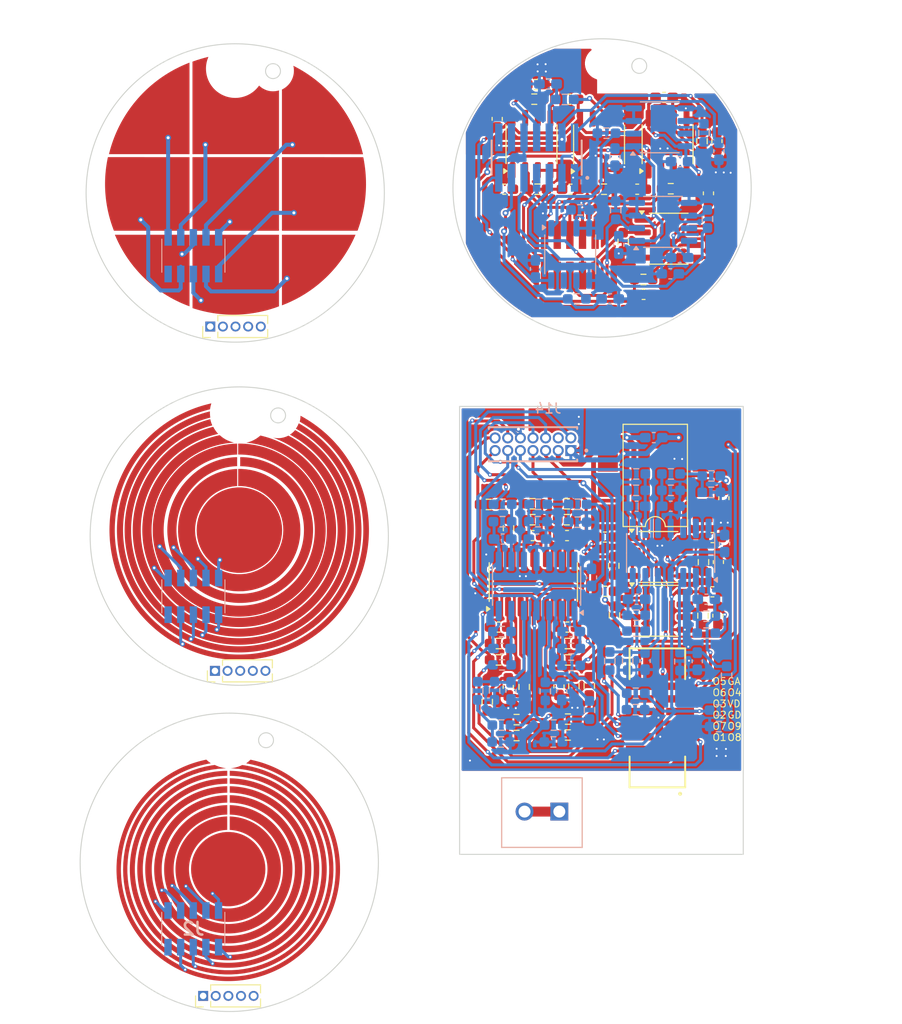
<source format=kicad_pcb>
(kicad_pcb (version 20240108) (generator "pcbnew") (generator_version "8.0")
  (layers (0 "F.Cu" signal) (31 "B.Cu" signal) (34 "B.Paste" user) (35 "F.Paste" user) (36 "B.SilkS" user "B.Silkscreen") (37 "F.SilkS" user "F.Silkscreen") (38 "B.Mask" user) (39 "F.Mask" user) (44 "Edge.Cuts" user))
  (net 0 "")
  (net 1 "/Signal conditioning/Vin1+")
  (net 2 "GNDD")
  (net 3 "/Out1")
  (net 4 "/Signal conditioning/Vin1-")
  (net 5 "/Signal conditioning/Vin2+")
  (net 6 "/Signal conditioning/Vin3+")
  (net 7 "/Signal conditioning/Vin2-")
  (net 8 "/Out2")
  (net 9 "/Signal conditioning/Vin3-")
  (net 10 "/Out3")
  (net 11 "/Signal conditioning/Vin4+")
  (net 12 "/Signal conditioning/Vin5+")
  (net 13 "/Signal conditioning/Vin6+")
  (net 14 "/Signal conditioning/Vin4-")
  (net 15 "/Out4")
  (net 16 "/Signal conditioning/Vin5-")
  (net 17 "/Out5")
  (net 18 "/Signal conditioning/Vin6-")
  (net 19 "/Out6")
  (net 20 "/Signal conditioning/Vin7+")
  (net 21 "/Signal conditioning/Vin8+")
  (net 22 "/Signal conditioning/Vin9+")
  (net 23 "/Signal conditioning/Vin7-")
  (net 24 "/Out7")
  (net 25 "/Out8")
  (net 26 "/Signal conditioning/Vin8-")
  (net 27 "/Signal conditioning/Vin9-")
  (net 28 "/Out9")
  (net 29 "+3.3VD")
  (net 30 "+3.3VA")
  (net 31 "GNDA")
  (net 32 "/analog_inp_3")
  (net 33 "/analog_inp_7")
  (net 34 "/analog_inp_5")
  (net 36 "/analog_inp_2")
  (net 37 "/analog_inp_1")
  (net 38 "/analog_inp_6")
  (net 39 "/analog_inp_4")
  (net 42 "Net-(R1-Pad2)")
  (net 43 "Net-(R11-Pad2)")
  (net 44 "Net-(R10-Pad1)")
  (net 45 "Net-(R19-Pad2)")
  (net 46 "Net-(R21-Pad2)")
  (net 47 "Net-(R23-Pad2)")
  (net 48 "Net-(R37-Pad2)")
  (net 49 "Net-(R39-Pad2)")
  (net 50 "Net-(R41-Pad2)")
  (net 73 "/analog_inp_9")
  (net 74 "/analog_inp_8")
  (net 75 "/amp_data1")
  (net 76 "/amp_data2")
  (net 77 "/amp_data3")
  (net 78 "/amp_data4")
  (net 79 "/amp_data5")
  (net 80 "/amp_data6")
  (net 81 "/amp_data7")
  (net 82 "/amp_data8")
  (net 83 "/amp_data9")
  (net 84 "/fil_da1")
  (net 85 "/fil_da2")
  (net 86 "/fil_da3")
  (net 87 "/fil_da4")
  (net 88 "/fil_da5")
  (net 89 "/fil_da6")
  (net 90 "/fil_da7")
  (net 91 "/fil_da8")
  (net 92 "/fil_da9")
  (net 94 "Net-(J10-Pin_1)")
  (footprint "SHF-106-01-L-D-SM:SHF-106-01-L-D-SM" (layer "F.Cu") (at 81.4175 90.275 90)
    (property "Reference" "J1" (hide yes))
    (property "Value" "Conn_01x12")
  )
  (footprint "Resistor_SMD:R_0603_1608Metric_Pad0.98x0.95mm_HandSolder" (layer "F.Cu") (at 68.6125 68.75 180)
    (property "Reference" "R12" (hide yes))
    (property "Value" "100k" (hide yes))
  )
  (footprint "MountingHole:MountingHole_3mm" (layer "F.Cu") (at 75.539569 24.477544)
    (property "Reference" "REF**" (hide yes))
    (property "Value" "MountingHole_3mm" (hide yes))
  )
  (footprint "MountingHole:MountingHole_3mm" (layer "F.Cu") (at 39.211029 59.615918)
    (property "Reference" "REF**" (hide yes))
    (property "Value" "MountingHole_3mm" (hide yes))
  )
  (footprint "Package_SO:SOP-8_3.9x4.9mm_P1.27mm" (layer "F.Cu") (at 68.5 32.6 90)
    (property "Reference" "U9" (hide yes))
    (property "Value" "~")
  )
  (footprint "Connector_PinHeader_1.27mm:PinHeader_1x05_P1.27mm_Vertical" (layer "F.Cu") (at 35.47 118.23 90)
    (property "Reference" "J13" (hide yes))
    (property "Value" "Conn_01x05" (hide yes))
  )
  (footprint "Capacitor_SMD:C_0603_1608Metric_Pad1.08x0.95mm_HandSolder" (layer "F.Cu") (at 75.95 77.55)
    (property "Reference" "C30" (hide yes))
    (property "Value" "0.1uF" (hide yes))
  )
  (footprint "Capacitor_SMD:C_0603_1608Metric_Pad1.08x0.95mm_HandSolder" (layer "F.Cu") (at 72.4325 37.125)
    (property "Reference" "C28" (hide yes))
    (property "Value" "0.1uF" (hide yes))
  )
  (footprint "MountingHole:MountingHole_3mm" (layer "F.Cu") (at 38 92.3)
    (property "Reference" "REF**" (hide yes))
    (property "Value" "MountingHole_3mm" (hide yes))
  )
  (footprint "Capacitor_SMD:C_0603_1608Metric_Pad1.08x0.95mm_HandSolder" (layer "F.Cu") (at 68.6125 71.95)
    (property "Reference" "C4" (hide yes))
    (property "Value" "100p" (hide yes))
  )
  (footprint "Resistor_SMD:R_0603_1608Metric_Pad0.98x0.95mm_HandSolder" (layer "F.Cu") (at 67 92.05)
    (property "Reference" "R2" (hide yes))
    (property "Value" "1k" (hide yes))
  )
  (footprint "Resistor_SMD:R_0603_1608Metric_Pad0.98x0.95mm_HandSolder" (layer "F.Cu") (at 66.19 71.21 -90)
    (property "Reference" "R10" (hide yes))
    (property "Value" "1k" (hide yes))
  )
  (footprint "Resistor_SMD:R_0603_1608Metric_Pad0.98x0.95mm_HandSolder" (layer "F.Cu") (at 67 90.45 180)
    (property "Reference" "R1" (hide yes))
    (property "Value" "1k" (hide yes))
  )
  (footprint "Resistor_SMD:R_0603_1608Metric_Pad0.98x0.95mm_HandSolder" (layer "F.Cu") (at 65.2 82.8 180)
    (property "Reference" "R6" (hide yes))
    (property "Value" "252k" (hide yes))
  )
  (footprint "Resistor_SMD:R_0603_1608Metric_Pad0.98x0.95mm_HandSolder" (layer "F.Cu") (at 77.725 42.405 90)
    (property "Reference" "R56" (hide yes))
    (property "Value" "281" (hide yes))
  )
  (footprint "Connector_PinHeader_1.27mm:PinHeader_1x05_P1.27mm_Vertical" (layer "F.Cu") (at 36.66 85.55 90)
    (property "Reference" "J12" (hide yes))
    (property "Value" "Conn_01x05" (hide yes))
  )
  (footprint "Capacitor_SMD:C_0603_1608Metric_Pad1.08x0.95mm_HandSolder" (layer "F.Cu") (at 87.15 32.2875 -90)
    (property "Reference" "C42")
    (property "Value" "10n" (hide yes))
  )
  (footprint "Connector_PinHeader_1.27mm:PinHeader_1x05_P1.27mm_Vertical" (layer "F.Cu") (at 36.19 50.93 90)
    (property "Reference" "J11" (hide yes))
    (property "Value" "Conn_01x05" (hide yes))
  )
  (footprint "Package_SO:SOIC-14_3.9x8.7mm_P1.27mm" (layer "F.Cu") (at 68.6825 76.625 90)
    (property "Reference" "U1" (hide yes))
    (property "Value" "~")
  )
  (footprint "Samtec-FTSH-105-01-L-DV-K:FTSH-105-01-L-DV-K" (layer "F.Cu") (at 72.36 41.73 180)
    (property "Reference" "J4" (hide yes))
    (property "Value" "Conn_01x10" (hide yes))
  )
  (footprint "Resistor_SMD:R_0603_1608Metric_Pad0.98x0.95mm_HandSolder" (layer "F.Cu") (at 72.1375 82.8)
    (property "Reference" "R17" (hide yes))
    (property "Value" "252k" (hide yes))
  )
  (footprint "Resistor_SMD:R_0603_1608Metric_Pad0.98x0.95mm_HandSolder" (layer "F.Cu") (at 72.075 68.75)
    (property "Reference" "R14" (hide yes))
    (property "Value" "100k" (hide yes))
  )
  (footprint "Capacitor_SMD:C_0603_1608Metric_Pad1.08x0.95mm_HandSolder" (layer "F.Cu") (at 68.9375 26.6)
    (property "Reference" "C46" (hide yes))
    (property "Value" "10n" (hide yes))
  )
  (footprint "Resistor_SMD:R_0603_1608Metric_Pad0.98x0.95mm_HandSolder" (layer "F.Cu") (at 72.1625 92 180)
    (property "Reference" "R8" (hide yes))
    (property "Value" "1k" (hide yes))
  )
  (footprint "Capacitor_SMD:C_0603_1608Metric_Pad1.08x0.95mm_HandSolder" (layer "F.Cu") (at 81.8375 27.89 180)
    (property "Reference" "C25" (hide yes))
    (property "Value" "0.1uF" (hide yes))
  )
  (footprint "MountingHole:MountingHole_3mm" (layer "F.Cu") (at 38.7 25)
    (property "Reference" "REF**" (hide yes))
    (property "Value" "MountingHole_3mm")
  )
  (footprint "Resistor_SMD:R_0603_1608Metric_Pad0.98x0.95mm_HandSolder" (layer "F.Cu") (at 72.1625 90.4)
    (property "Reference" "R7" (hide yes))
    (property "Value" "1k" (hide yes))
  )
  (footprint "Resistor_SMD:R_0603_1608Metric_Pad0.98x0.95mm_HandSolder" (layer "F.Cu") (at 69.0925 37.125 180)
    (property "Reference" "R59" (hide yes))
    (property "Value" "281" (hide yes))
  )
  (footprint "Capacitor_SMD:C_0603_1608Metric_Pad1.08x0.95mm_HandSolder" (layer "F.Cu") (at 87.25 80 -90)
    (property "Reference" "C45" (hide yes))
    (property "Value" "10n" (hide yes))
  )
  (footprint "Resistor_SMD:R_0603_1608Metric_Pad0.98x0.95mm_HandSolder" (layer "F.Cu") (at 79.7625 46.2 180)
    (property "Reference" "R65" (hide yes))
    (property "Value" "1k" (hide yes))
  )
  (footprint "Resistor_SMD:R_0603_1608Metric_Pad0.98x0.95mm_HandSolder" (layer "F.Cu") (at 65.2 84.45 180)
    (property "Reference" "R4" (hide yes))
    (property "Value" "100k" (hide yes))
  )
  (footprint "Capacitor_SMD:C_0603_1608Metric_Pad1.08x0.95mm_HandSolder" (layer "F.Cu") (at 86.7 72.15 180)
    (property "Reference" "C40" (hide yes))
    (property "Value" "0.1uF" (hide yes))
  )
  (footprint "Capacitor_SMD:C_0603_1608Metric_Pad1.08x0.95mm_HandSolder" (layer "F.Cu") (at 72.32 28.08)
    (property "Reference" "C29" (hide yes))
    (property "Value" "0.1uF" (hide yes))
  )
  (footprint "Package_SO:SOP-8_3.9x4.9mm_P1.27mm" (layer "F.Cu") (at 75.295 32.625 90)
    (property "Reference" "U7" (hide yes))
    (property "Value" "~")
  )
  (footprint "Capacitor_SMD:C_0603_1608Metric_Pad1.08x0.95mm_HandSolder" (layer "F.Cu") (at 72.1125 81.15 180)
    (property "Reference" "C5" (hide yes))
    (property "Value" "100p" (hide yes))
  )
  (footprint "Capacitor_SMD:C_0603_1608Metric_Pad1.08x0.95mm_HandSolder" (layer "F.Cu") (at 71.2625 87.1125 90)
    (property "Reference" "C3" (hide yes))
    (property "Value" "100p" (hide yes))
  )
  (footprint "Resistor_SMD:R_0603_1608Metric_Pad0.98x0.95mm_HandSolder" (layer "F.Cu") (at 74.3125 87.0625 -90)
    (property "Reference" "R11" (hide yes))
    (property "Value" "100k" (hide yes))
  )
  (footprint "Package_DIP:SMDIP-8_W9.53mm" (layer "F.Cu") (at 80.95 65.9 180)
    (property "Reference" "U4" (hide yes))
    (property "Value" "~")
  )
  (footprint "Capacitor_SMD:C_0603_1608Metric_Pad1.08x0.95mm_HandSolder" (layer "F.Cu") (at 75.8875 72.1)
    (property "Reference" "C34" (hide yes))
    (property "Value" "0.1uF" (hide yes))
  )
  (footprint "Capacitor_SMD:C_0603_1608Metric_Pad1.08x0.95mm_HandSolder" (layer "F.Cu") (at 87.85 68.1875 90)
    (property "Reference" "C22" (hide yes))
    (property "Value" "10u" (hide yes))
  )
  (footprint "Package_SO:SOP-8_3.9x4.9mm_P1.27mm" (layer "F.Cu") (at 81.3 79.505)
    (property "Reference" "U8" (hide yes))
    (property "Value" "~" (hide yes))
  )
  (footprint "Resistor_SMD:R_0603_1608Metric_Pad0.98x0.95mm_HandSolder" (layer "F.Cu") (at 72.1625 84.45)
    (property "Reference" "R13" (hide yes))
    (property "Value" "100k" (hide yes))
  )
  (footprint "Resistor_SMD:R_0603_1608Metric_Pad0.98x0.95mm_HandSolder" (layer "F.Cu") (at 85.8 74.6125 90)
    (property "Reference" "R71" (hide yes))
    (property "Value" "1k")
  )
  (footprint "Capacitor_SMD:C_0603_1608Metric_Pad1.08x0.95mm_HandSolder" (layer "F.Cu") (at 65.2 81.15)
    (property "Reference" "C2" (hide yes))
    (property "Value" "100p" (hide yes))
  )
  (footprint "Resistor_SMD:R_0603_1608Metric_Pad0.98x0.95mm_HandSolder" (layer "F.Cu") (at 85.75 80 90)
    (property "Reference" "R67" (hide yes))
    (property "Value" "1k" (hide yes))
  )
  (footprint "Capacitor_SMD:C_0603_1608Metric_Pad1.08x0.95mm_HandSolder" (layer "F.Cu") (at 86.7 77.6 180)
    (property "Reference" "C36" (hide yes))
    (property "Value" "0.1uF")
  )
  (footprint "Capacitor_SMD:C_0603_1608Metric_Pad1.08x0.95mm_HandSolder" (layer "F.Cu") (at 65.7575 37.125)
    (property "Reference" "C31" (hide yes))
    (property "Value" "0.1uF" (hide yes))
  )
  (footprint "Capacitor_SMD:C_0603_1608Metric_Pad1.08x0.95mm_HandSolder" (layer "F.Cu") (at 79.775 47.7)
    (property "Reference" "C43")
    (property "Value" "10n")
  )
  (footprint "Capacitor_SMD:C_0603_1608Metric_Pad1.08x0.95mm_HandSolder" (layer "F.Cu") (at 72.075 71.95 180)
    (property "Reference" "C6" (hide yes))
    (property "Value" "100p" (hide yes))
  )
  (footprint "Capacitor_SMD:C_0603_1608Metric_Pad1.08x0.95mm_HandSolder" (layer "F.Cu") (at 87.3 74.6125 -90)
    (property "Reference" "C49" (hide yes))
    (property "Value" "10n")
  )
  (footprint "Capacitor_SMD:C_0603_1608Metric_Pad1.08x0.95mm_HandSolder" (layer "F.Cu") (at 65.05 30.05 -90)
    (property "Reference" "C37" (hide yes))
    (property "Value" "0.1uF" (hide yes))
  )
  (footprint "Resistor_SMD:R_0603_1608Metric_Pad0.98x0.95mm_HandSolder" (layer "F.Cu") (at 76.775 74.9875 90)
    (property "Reference" "R62" (hide yes))
    (property "Value" "281" (hide yes))
  )
  (footprint "Resistor_SMD:R_0603_1608Metric_Pad0.98x0.95mm_HandSolder" (layer "F.Cu") (at 67.7625 87.1625 -90)
    (property "Reference" "R5" (hide yes))
    (property "Value" "252k" (hide yes))
  )
  (footprint "Package_SO:SOP-8_3.9x4.9mm_P1.27mm" (layer "F.Cu") (at 82.3 42.1)
    (property "Reference" "U6" (hide yes))
    (property "Value" "~" (hide yes))
  )
  (footprint "Capacitor_SMD:C_0603_1608Metric_Pad1.08x0.95mm_HandSolder" (layer "F.Cu") (at 66.1625 87.1625 90)
    (property "Reference" "C1" (hide yes))
    (property "Value" "100p" (hide yes))
  )
  (footprint "Resistor_SMD:R_0603_1608Metric_Pad0.98x0.95mm_HandSolder" (layer "F.Cu") (at 82.5075 37.075 180)
    (property "Reference" "R55" (hide yes))
    (property "Value" "281" (hide yes))
  )
  (footprint "Package_SO:SOP-8_3.9x4.9mm_P1.27mm" (layer "F.Cu") (at 82.19 32.6 90)
    (property "Reference" "U5" (hide yes))
    (property "Value" "~")
  )
  (footprint "Resistor_SMD:R_0603_1608Metric_Pad0.98x0.95mm_HandSolder" (layer "F.Cu") (at 75.795 37.125 180)
    (property "Reference" "R57" (hide yes))
    (property "Value" "281" (hide yes))
  )
  (footprint "Resistor_SMD:R_0603_1608Metric_Pad0.98x0.95mm_HandSolder" (layer "F.Cu") (at 72.05 70.35)
    (property "Reference" "R18" (hide yes))
    (property "Value" "252k" (hide yes))
  )
  (footprint "Capacitor_SMD:C_0603_1608Metric_Pad1.08x0.95mm_HandSolder" (layer "F.Cu") (at 86.3 37.5375 -90)
    (property "Reference" "C27" (hide yes))
    (property "Value" "0.1uF" (hide yes))
  )
  (footprint "Resistor_SMD:R_0603_1608Metric_Pad0.98x0.95mm_HandSolder" (layer "F.Cu") (at 76.85 79.9625 90)
    (property "Reference" "R58" (hide yes))
    (property "Value" "281" (hide yes))
  )
  (footprint "Resistor_SMD:R_0603_1608Metric_Pad0.98x0.95mm_HandSolder" (layer "F.Cu") (at 68.78 28.07 180)
    (property "Reference" "R68" (hide yes))
    (property "Value" "1k" (hide yes))
  )
  (footprint "Resistor_SMD:R_0603_1608Metric_Pad0.98x0.95mm_HandSolder" (layer "F.Cu") (at 72.7625 87.0875 -90)
    (property "Reference" "R15" (hide yes))
    (property "Value" "252k" (hide yes))
  )
  (footprint "Resistor_SMD:R_0603_1608Metric_Pad0.98x0.95mm_HandSolder" (layer "F.Cu") (at 64.05 88.6625 -90)
    (property "Reference" "R3" (hide yes))
    (property "Value" "100k" (hide yes))
  )
  (footprint "Capacitor_SMD:C_0603_1608Metric_Pad1.08x0.95mm_HandSolder" (layer "F.Cu") (at 79.1325 37.125)
    (property "Reference" "C24" (hide yes))
    (property "Value" "0.1uF" (hide yes))
  )
  (footprint "Resistor_SMD:R_0603_1608Metric_Pad0.98x0.95mm_HandSolder" (layer "F.Cu") (at 68.6125 70.35 180)
    (property "Reference" "R16" (hide yes))
    (property "Value" "252k" (hide yes))
  )
  (footprint "Resistor_SMD:R_0603_1608Metric_Pad0.98x0.95mm_HandSolder" (layer "F.Cu") (at 64.1925 68.82)
    (property "Reference" "R9" (hide yes))
    (property "Value" "1k" (hide yes))
  )
  (footprint "Package_SO:SOP-8_3.9x4.9mm_P1.27mm" (layer "F.Cu") (at 81.275 74.1)
    (property "Reference" "U12" (hide yes))
    (property "Value" "~")
  )
  (footprint "Resistor_SMD:R_0603_1608Metric_Pad0.98x0.95mm_HandSolder" (layer "F.Cu") (at 85.65 32.3 90)
    (property "Reference" "R64")
    (property "Value" "1k")
  )
  (footprint "FLE-105-01-G-DV-K-TR:FLE-105-01-X-DV-Y-TR" (layer "B.Cu") (at 34.49 78.0575 180)
    (property "Reference" "J5" (hide yes))
    (property "Value" "Conn_01x10" (hide yes))
  )
  (footprint "Capacitor_SMD:C_0603_1608Metric_Pad1.08x0.95mm_HandSolder" (layer "B.Cu") (at 79.925 84.5625 90)
    (property "Reference" "C8" (hide yes))
    (property "Value" "100p" (hide yes))
  )
  (footprint "Resistor_SMD:R_0603_1608Metric_Pad0.98x0.95mm_HandSolder" (layer "B.Cu") (at 79.025 79.95 180)
    (property "Reference" "R35" (hide yes))
    (property "Value" "252k" (hide yes))
  )
  (footprint "Capacitor_SMD:C_0603_1608Metric_Pad1.08x0.95mm_HandSolder" (layer "B.Cu") (at 79.075 78.35)
    (property "Reference" "C11" (hide yes))
    (property "Value" "100p" (hide yes))
  )
  (footprint "Resistor_SMD:R_0603_1608Metric_Pad0.98x0.95mm_HandSolder" (layer "B.Cu") (at 82.525 67.4)
    (property "Reference" "R33" (hide yes))
    (property "Value" "252k" (hide yes))
  )
  (footprint "Resistor_SMD:R_0603_1608Metric_Pad0.98x0.95mm_HandSolder" (layer "B.Cu") (at 86.5875 67.6)
    (property "Reference" "R24" (hide yes))
    (property "Value" "1k" (hide yes))
  )
  (footprint "Capacitor_SMD:C_0603_1608Metric_Pad1.08x0.95mm_HandSolder" (layer "B.Cu") (at 85.175 84.5875 90)
    (property "Reference" "C7" (hide yes))
    (property "Value" "100p" (hide yes))
  )
  (footprint "Capacitor_SMD:C_0603_1608Metric_Pad1.08x0.95mm_HandSolder" (layer "B.Cu") (at 83.4 34.35)
    (property "Reference" "C41" (hide yes))
    (property "Value" "0.1uF" (hide yes))
  )
  (footprint "Capacitor_SMD:C_0603_1608Metric_Pad1.08x0.95mm_HandSolder" (layer "B.Cu") (at 82.5125 69 180)
    (property "Reference" "C9" (hide yes))
    (property "Value" "100p" (hide yes))
  )
  (footprint "Resistor_SMD:R_0603_1608Metric_Pad0.98x0.95mm_HandSolder" (layer "B.Cu") (at 78.9875 87.8 180)
    (property "Reference" "R21" (hide yes))
    (property "Value" "1k" (hide yes))
  )
  (footprint "OSTTE020104:OST_OSTTE020104" (layer "B.Cu") (at 69.55 99.7 180)
    (property "Reference" "J10")
    (property "Value" "Conn_01x02" (hide yes))
  )
  (footprint "Resistor_SMD:R_0603_1608Metric_Pad0.98x0.95mm_HandSolder" (layer "B.Cu") (at 78.975 89.45)
    (property "Reference" "R22" (hide yes))
    (property "Value" "1k" (hide yes))
  )
  (footprint "Package_SO:SOIC-14_3.9x8.7mm_P1.27mm" (layer "B.Cu") (at 69.0125 77.01 90)
    (property "Reference" "U3" (hide yes))
    (property "Value" "~")
  )
  (footprint "Resistor_SMD:R_0603_1608Metric_Pad0.98x0.95mm_HandSolder" (layer "B.Cu") (at 86.0875 80.05)
    (property "Reference" "R34" (hide yes))
    (property "Value" "252k" (hide yes))
  )
  (footprint "Resistor_SMD:R_0603_1608Metric_Pad0.98x0.95mm_HandSolder" (layer "B.Cu") (at 87.3375 91.15 180)
    (property "Reference" "R20" (hide yes))
    (property "Value" "1k" (hide yes))
  )
  (footprint "Capacitor_SMD:C_0603_1608Metric_Pad1.08x0.95mm_HandSolder" (layer "B.Cu") (at 83.4 44)
    (property "Reference" "C38" (hide yes))
    (property "Value" "0.1uF" (hide yes))
  )
  (footprint "Capacitor_SMD:C_0603_1608Metric_Pad1.08x0.95mm_HandSolder" (layer "B.Cu") (at 82.4575 45.63 180)
    (property "Reference" "C47" (hide yes))
    (property "Value" "10n" (hide yes))
  )
  (footprint "Resistor_SMD:R_0603_1608Metric_Pad0.98x0.95mm_HandSolder" (layer "B.Cu") (at 79.0375 65.75 180)
    (property "Reference" "R30" (hide yes))
    (property "Value" "100k" (hide yes))
  )
  (footprint "Resistor_SMD:R_0603_1608Metric_Pad0.98x0.95mm_HandSolder" (layer "B.Cu") (at 72.5 83.3)
    (property "Reference" "R52" (hide yes))
    (property "Value" "252k" (hide yes))
  )
  (footprint "FLE-105-01-G-DV-K-TR:FLE-105-01-X-DV-Y-TR" (layer "B.Cu") (at 34.49 43.8075 180)
    (property "Reference" "J3" (hide yes))
    (property "Value" "Conn_01x10" (hide yes))
  )
  (footprint "Resistor_SMD:R_0603_1608Metric_Pad0.98x0.95mm_HandSolder" (layer "B.Cu") (at 69.15 70.55)
    (property "Reference" "R51" (hide yes))
    (property "Value" "252k" (hide yes))
  )
  (footprint "Capacitor_SMD:C_0603_1608Metric_Pad1.08x0.95mm_HandSolder" (layer "B.Cu") (at 65.5375 83.3)
    (property "Reference" "C17" (hide yes))
    (property "Value" "100p" (hide yes))
  )
  (footprint "Resistor_SMD:R_0603_1608Metric_Pad0.98x0.95mm_HandSolder" (layer "B.Cu") (at 63.0875 87.55 -90)
    (property "Reference" "R44" (hide yes))
    (property "Value" "100k" (hide yes))
  )
  (footprint "Resistor_SMD:R_0603_1608Metric_Pad0.98x0.95mm_HandSolder" (layer "B.Cu") (at 73.3875 39.2 180)
    (property "Reference" "R61" (hide yes))
    (property "Value" "281" (hide yes))
  )
  (footprint "Resistor_SMD:R_0603_1608Metric_Pad0.98x0.95mm_HandSolder" (layer "B.Cu") (at 71.8375 28.1 180)
    (property "Reference" "R66" (hide yes))
    (property "Value" "1k" (hide yes))
  )
  (footprint "Capacitor_SMD:C_0603_1608Metric_Pad1.08x0.95mm_HandSolder" (layer "B.Cu") (at 80.8 62.1 180)
    (property "Reference" "C23" (hide yes))
    (property "Value" "10u" (hide yes))
  )
  (footprint "Capacitor_SMD:C_0603_1608Metric_Pad1.08x0.95mm_HandSolder" (layer "B.Cu") (at 65.6 72.3)
    (property "Reference" "C18" (hide yes))
    (property "Value" "100p" (hide yes))
  )
  (footprint "Capacitor_SMD:C_0603_1608Metric_Pad1.08x0.95mm_HandSolder" (layer "B.Cu") (at 79.075 69)
    (property "Reference" "C12" (hide yes))
    (property "Value" "100p" (hide yes))
  )
  (footprint "Resistor_SMD:R_0603_1608Metric_Pad0.98x0.95mm_HandSolder" (layer "B.Cu") (at 64.7875 87.55 -90)
    (property "Reference" "R50" (hide yes))
    (property "Value" "252k" (hide yes))
  )
  (footprint "Resistor_SMD:R_0603_1608Metric_Pad0.98x0.95mm_HandSolder" (layer "B.Cu") (at 69.8875 87.6125 -90)
    (property "Reference" "R49" (hide yes))
    (property "Value" "252k" (hide yes))
  )
  (footprint "Capacitor_SMD:C_0603_1608Metric_Pad1.08x0.95mm_HandSolder" (layer "B.Cu") (at 72.5 81.6 180)
    (property "Reference" "C16" (hide yes))
    (property "Value" "100p" (hide yes))
  )
  (footprint "Resistor_SMD:R_0603_1608Metric_Pad0.98x0.95mm_HandSolder" (layer "B.Cu") (at 83.425 84.6125 -90)
    (property "Reference" "R31" (hide yes))
    (property "Value" "252k" (hide yes))
  )
  (footprint "Capacitor_SMD:C_0603_1608Metric_Pad1.08x0.95mm_HandSolder" (layer "B.Cu") (at 76.9 33.9 90)
    (property "Reference" "C35" (hide yes))
    (property "Value" "0.1uF" (hide yes))
  )
  (footprint "Resistor_SMD:R_0603_1608Metric_Pad0.98x0.95mm_HandSolder" (layer "B.Cu") (at 69.175 68.8)
    (property "Reference" "R45" (hide yes))
    (property "Value" "100k" (hide yes))
  )
  (footprint "Package_SO:SOP-8_3.9x4.9mm_P1.27mm" (layer "B.Cu") (at 81.4 30.9)
    (property "Reference" "U13" (hide yes))
    (property "Value" "~" (hide yes))
  )
  (footprint "Resistor_SMD:R_0603_1608Metric_Pad0.98x0.95mm_HandSolder" (layer "B.Cu") (at 65.5375 84.95 180)
    (property "Reference" "R47" (hide yes))
    (property "Value" "100k" (hide yes))
  )
  (footprint "Resistor_SMD:R_0603_1608Metric_Pad0.98x0.95mm_HandSolder" (layer "B.Cu") (at 76.97 39.24 -90)
    (property "Reference" "R60" (hide yes))
    (property "Value" "281" (hide yes))
  )
  (footprint "Resistor_SMD:R_0603_1608Metric_Pad0.98x0.95mm_HandSolder" (layer "B.Cu") (at 76.375 84.5625 -90)
    (property "Reference" "R26" (hide yes))
    (property "Value" "100k" (hide yes))
  )
  (footprint "Resistor_SMD:R_0603_1608Metric_Pad0.98x0.95mm_HandSolder" (layer "B.Cu") (at 79.025 81.55 180)
    (property "Reference" "R29" (hide yes))
    (property "Value" "100k" (hide yes))
  )
  (footprint "Resistor_SMD:R_0603_1608Metric_Pad0.98x0.95mm_HandSolder" (layer "B.Cu") (at 86.2 40.1125 -90)
    (property "Reference" "R69" (hide yes))
    (property "Value" "1k" (hide yes))
  )
  (footprint "Capacitor_SMD:C_0603_1608Metric_Pad1.08x0.95mm_HandSolder" (layer "B.Cu") (at 68.9 45.1375 -90)
    (property "Reference" "C39" (hide yes))
    (property "Value" "0.1uF" (hide yes))
  )
  (footprint "FLE-105-01-G-DV-K-TR:FLE-105-01-X-DV-Y-TR" (layer "B.Cu") (at 34.48 111.4875 180)
    (property "Reference" "J2")
    (property "Value" "Conn_01x10" (hide yes))
  )
  (footprint "Resistor_SMD:R_0603_1608Metric_Pad0.98x0.95mm_HandSolder" (layer "B.Cu") (at 70.7375 91)
    (property "Reference" "R37" (hide yes))
    (property "Value" "1k" (hide yes))
  )
  (footprint "Package_SO:SOP-8_3.9x4.9mm_P1.27mm" (layer "B.Cu") (at 72.3925 43.675 -90)
    (property "Reference" "U11" (hide yes))
    (property "Value" "~")
  )
  (footprint "Resistor_SMD:R_0603_1608Metric_Pad0.98x0.95mm_HandSolder" (layer "B.Cu") (at 65.5375 81.6 180)
    (property "Reference" "R53" (hide yes))
    (property "Value" "252k" (hide yes))
  )
  (footprint "FTS-107-01-L-D-P:SAMTEC_FTS-107-01-L-D" (layer "B.Cu") (at 68.65 62.765 180)
    (property "Reference" "J14")
    (property "Value" "Conn_01x14")
  )
  (footprint "Resistor_SMD:R_0603_1608Metric_Pad0.98x0.95mm_HandSolder" (layer "B.Cu") (at 78.175 84.5625 -90)
    (property "Reference" "R32" (hide yes))
    (property "Value" "252k" (hide yes))
  )
  (footprint "Capacitor_SMD:C_0603_1608Metric_Pad1.08x0.95mm_HandSolder" (layer "B.Cu") (at 71.5375 87.6125 90)
    (property "Reference" "C13" (hide yes))
    (property "Value" "100p" (hide yes))
  )
  (footprint "Resistor_SMD:R_0603_1608Metric_Pad0.98x0.95mm_HandSolder" (layer "B.Cu") (at 73.1375 70.6)
    (property "Reference" "R42" (hide yes))
    (property "Value" "1k" (hide yes))
  )
  (footprint "Capacitor_SMD:C_0603_1608Metric_Pad1.08x0.95mm_HandSolder" (layer "B.Cu") (at 69.1 72.3 180)
    (property "Reference" "C15" (hide yes))
    (property "Value" "100p" (hide yes))
  )
  (footprint "Resistor_SMD:R_0603_1608Metric_Pad0.98x0.95mm_HandSolder" (layer "B.Cu") (at 87.325 89.5)
    (property "Reference" "R19" (hide yes))
    (property "Value" "1k" (hide yes))
  )
  (footprint "Capacitor_SMD:C_0603_1608Metric_Pad1.08x0.95mm_HandSolder" (layer "B.Cu") (at 70.16 26.54 180)
    (property "Reference" "C44" (hide yes))
    (property "Value" "10n" (hide yes))
  )
  (footprint "Capacitor_SMD:C_0603_1608Metric_Pad1.08x0.95mm_HandSolder" (layer "B.Cu") (at 87.35 33.3 -90)
    (property "Reference" "C50" (hide yes))
    (property "Value" "10n" (hide yes))
  )
  (footprint "Resistor_SMD:R_0603_1608Metric_Pad0.98x0.95mm_HandSolder" (layer "B.Cu") (at 85.85 31.4625 -90)
    (property "Reference" "R72" (hide yes))
    (property "Value" "1k" (hide yes))
  )
  (footprint "FTSH-107-01-L-DV-K:SAMTEC_FTSH-107-01-L-DV-K" (layer "B.Cu") (at 69.02 33.945 180)
    (property "Reference" "J15" (hide yes))
    (property "Value" "Conn_01x14")
  )
  (footprint "Resistor_SMD:R_0603_1608Metric_Pad0.98x0.95mm_HandSolder" (layer "B.Cu") (at 72.4875 85)
    (property "Reference" "R46" (hide yes))
    (property "Value" "100k" (hide yes))
  )
  (footprint "Resistor_SMD:R_0603_1608Metric_Pad0.98x0.95mm_HandSolder" (layer "B.Cu") (at 73.0625 48.15 180)
    (property "Reference" "R70" (hide yes))
    (property "Value" "1k" (hide yes))
  )
  (footprint "Capacitor_SMD:C_0603_1608Metric_Pad1.08x0.95mm_HandSolder" (layer "B.Cu") (at 74.5375 76.15 -90)
    (property "Reference" "C21" (hide yes))
    (property "Value" "100n" (hide yes))
  )
  (footprint "Resistor_SMD:R_0603_1608Metric_Pad0.98x0.95mm_HandSolder" (layer "B.Cu") (at 73.1375 68.8 180)
    (property "Reference" "R41" (hide yes))
    (property "Value" "1k" (hide yes))
  )
  (footprint "Capacitor_SMD:C_0603_1608Metric_Pad1.08x0.95mm_HandSolder" (layer "B.Cu") (at 86.0875 78.35 180)
    (property "Reference" "C10" (hide yes))
    (property "Value" "100p" (hide yes))
  )
  (footprint "Resistor_SMD:R_0603_1608Metric_Pad0.98x0.95mm_HandSolder" (layer "B.Cu") (at 88.125 86.0125 -90)
    (property "Reference" "R25" (hide yes))
    (property "Value" "100k" (hide yes))
  )
  (footprint "Resistor_SMD:R_0603_1608Metric_Pad0.98x0.95mm_HandSolder" (layer "B.Cu") (at 86.0875 81.75)
    (property "Reference" "R28" (hide yes))
    (property "Value" "100k" (hide yes))
  )
  (footprint "Capacitor_SMD:C_0603_1608Metric_Pad1.08x0.95mm_HandSolder" (layer "B.Cu") (at 87.925 72.75 -90)
    (property "Reference" "C20" (hide yes))
    (property "Value" "100n" (hide yes))
  )
  (footprint "Capacitor_SMD:C_0603_1608Metric_Pad1.08x0.95mm_HandSolder" (layer "B.Cu") (at 77.275 42.72 90)
    (property "Reference" "C32" (hide yes))
    (property "Value" "0.1uF" (hide yes))
  )
  (footprint "Resistor_SMD:R_0603_1608Metric_Pad0.98x0.95mm_HandSolder" (layer "B.Cu") (at 74.3375 89.4875 -90)
    (property "Reference" "R43" (hide yes))
    (property "Value" "100k" (hide yes))
  )
  (footprint "Package_SO:SOIC-14_3.9x8.7mm_P1.27mm" (layer "B.Cu") (at 82.4975 73.7 90)
    (property "Reference" "U2" (hide yes))
    (property "Value" "~")
  )
  (footprint "Resistor_SMD:R_0603_1608Metric_Pad0.98x0.95mm_HandSolder" (layer "B.Cu") (at 65.45 92.7)
    (property "Reference" "R40" (hide yes))
    (property "Value" "1k" (hide yes))
  )
  (footprint "Package_SO:SOP-8_3.9x4.9mm_P1.27mm" (layer "B.Cu") (at 81.725 40.41)
    (property "Reference" "U10" (hide yes))
    (property "Value" "~")
  )
  (footprint "Resistor_SMD:R_0603_1608Metric_Pad0.98x0.95mm_HandSolder" (layer "B.Cu") (at 65.6 68.8 180)
    (property "Reference" "R48" (hide yes))
    (property "Value" "100k" (hide yes))
  )
  (footprint "Resistor_SMD:R_0603_1608Metric_Pad0.98x0.95mm_HandSolder" (layer "B.Cu") (at 79.025 67.4 180)
    (property "Reference" "R36" (hide yes))
    (property "Value" "252k" (hide yes))
  )
  (footprint "Resistor_SMD:R_0603_1608Metric_Pad0.98x0.95mm_HandSolder" (layer "B.Cu") (at 70.7 92.7 180)
    (property "Reference" "R38" (hide yes))
    (property "Value" "1k" (hide yes))
  )
  (footprint "Resistor_SMD:R_0603_1608Metric_Pad0.98x0.95mm_HandSolder" (layer "B.Cu") (at 76.04 31.49)
    (property "Reference" "R63" (hide yes))
    (property "Value" "281" (hide yes))
  )
  (footprint "Resistor_SMD:R_0603_1608Metric_Pad0.98x0.95mm_HandSolder" (layer "B.Cu") (at 65.5875 70.55 180)
    (property "Reference" "R54" (hide yes))
    (property "Value" "252k" (hide yes))
  )
  (footprint "Capacitor_SMD:C_0603_1608Metric_Pad1.08x0.95mm_HandSolder" (layer "B.Cu") (at 76.4125 48.15)
    (property "Reference" "C48" (hide yes))
    (property "Value" "10n" (hide yes))
  )
  (footprint "Resistor_SMD:R_0603_1608Metric_Pad0.98x0.95mm_HandSolder" (layer "B.Cu") (at 82.525 65.75)
    (property "Reference" "R27" (hide yes))
    (property "Value" "100k" (hide yes))
  )
  (footprint "Resistor_SMD:R_0603_1608Metric_Pad0.98x0.95mm_HandSolder" (layer "B.Cu") (at 86.5875 65.95 180)
    (property "Reference" "R23" (hide yes))
    (property "Value" "1k" (hide yes))
  )
  (footprint "Resistor_SMD:R_0603_1608Metric_Pad0.98x0.95mm_HandSolder" (layer "B.Cu") (at 65.475 91 180)
    (property "Reference" "R39" (hide yes))
    (property "Value" "1k" (hide yes))
  )
  (footprint "Capacitor_SMD:C_0603_1608Metric_Pad1.08x0.95mm_HandSolder" (layer "B.Cu") (at 66.4375 87.5625 90)
    (property "Reference" "C14" (hide yes))
    (property "Value" "100p" (hide yes))
  )
  (gr_poly (pts (arc (start 36.195424 60.082165) (mid 37.594686 82.987228) (end 44.8 61.2)) (arc (start 44.8 61.2) (mid 44.96209 60.939328) (end 45.08668 60.658793)) (arc (start 45.08668 60.658793) (mid 37.467678 83.588078) (end 36.150704 59.462016)) (arc (start 36.150704 59.462016) (mid 36.158362 59.773151) (end 36.195424 60.082165))) (fill solid) (layer "F.Cu") (net 38))
  (gr_poly (pts (arc (start 37.899989 98.049162) (mid 37.975002 112.951467) (end 38.15 98.050001)) (arc (start 38.15 98.8) (mid 37.975033 112.20163) (end 37.899986 98.799068))) (fill solid) (layer "F.Cu") (net 33))
  (gr_poly (pts (arc (start 34.016907 66.206907) (mid 42.00507 78.162037) (end 39.2 64.06)) (arc (start 39.2 64.976881) (mid 41.654194 77.314949) (end 34.66524 66.85524)) (arc (start 34.66524 66.85524) (mid 36.590121 65.492442) (end 38.89 64.97)) (arc (start 38.89 64.06) (mid 36.23993 64.648794) (end 34.016907 66.206907))) (fill solid) (layer "F.Cu") (net 34))
  (gr_poly (pts (arc (start 51.550431 33.611439) (mid 49.043018 28.378776) (end 44.545207 24.713046)) (arc (start 44.545207 24.713046) (mid 44.395507 26.109422) (end 43.4 27.099999)) (xy 43.4 33.6)) (fill solid) (layer "F.Cu") (net 32))
  (gr_poly (pts (xy 43.1 41.3) (xy 43.1 33.9) (xy 34.4 33.9) (xy 34.4 41.3)) (fill solid) (layer "F.Cu") (net 37))
  (gr_poly (pts (arc (start 26.594613 41.702218) (mid 29.588299 46.092554) (end 34.1 48.899999)) (xy 34.1 41.7)) (fill solid) (layer "F.Cu") (net 34))
  (gr_poly (pts (xy 41.733522 105.484466) (xy 41.714342 105.106268) (xy 41.656999 104.731952) (xy 41.562081 104.365357) (xy 41.430562 104.010246) (xy 41.263792 103.670262) (xy 41.063482 103.348894) (xy 40.831687 103.04944) (xy 40.570787 102.774973) (xy 40.283458 102.528309) (xy 39.972648 102.311979) (xy 39.641547 102.128203) (xy 39.293553 101.978867) (xy 38.932236 101.865503) (xy 38.561304 101.789275) (xy 38.184564 101.750964) (xy 37.80588 101.750964) (xy 37.42914 101.789275) (xy 37.058208 101.865503) (xy 36.696891 101.978867) (xy 36.348897 102.128203) (xy 36.017796 102.311979) (xy 35.706986 102.528309) (xy 35.419657 102.774973) (xy 35.158757 103.04944) (xy 34.926962 103.348894) (xy 34.726652 103.670262) (xy 34.559882 104.010246) (xy 34.428363 104.365357) (xy 34.333445 104.731952) (xy 34.276102 105.106268) (xy 34.256922 105.484466) (xy 34.276102 105.862664) (xy 34.333445 106.23698) (xy 34.428363 106.603575) (xy 34.559882 106.958686) (xy 34.726652 107.29867) (xy 34.926962 107.620038) (xy 35.158757 107.919492) (xy 35.419657 108.193959) (xy 35.706986 108.440623) (xy 36.017796 108.656953) (xy 36.348897 108.840729) (xy 36.696891 108.990065) (xy 37.058208 109.103429) (xy 37.42914 109.179657) (xy 37.80588 109.217968) (xy 38.184564 109.217968) (xy 38.561304 109.179657) (xy 38.932236 109.103429) (xy 39.293553 108.990065) (xy 39.641547 108.840729) (xy 39.972648 108.656953) (xy 40.283458 108.440623) (xy 40.570787 108.193959) (xy 40.831687 107.919492) (xy 41.063482 107.620038) (xy 41.263792 107.29867) (xy 41.430562 106.958686) (xy 41.562081 106.603575) (xy 41.656999 106.23698) (xy 41.714342 105.862664) (xy 41.733522 105.484466)) (fill solid) (layer "F.Cu") (net 37))
  (gr_poly (pts (arc (start 36.004191 23.818032) (mid 35.194458 24.033594) (end 34.4 24.3)) (xy 34.4 33.6) (xy 43.1 33.6) (arc (start 43.1 27.187604) (mid 42.032941 27.224205) (end 41.102002 26.701417)) (arc (start 41.102002 26.701417) (mid 37.250842 27.562103) (end 36.004191 23.818032))) (fill solid) (layer "F.Cu") (net 33))
  (gr_poly (pts (arc (start 38.900052 63.801973) (mid 39.250041 78.999172) (end 39 63.8)) (arc (start 39 62.7) (mid 39.250088 80.099274) (end 38.90004 62.701724))) (fill solid) (layer "F.Cu") (net 33))
  (gr_poly (pts (arc (start 37.895745 101.540923) (mid 37.970763 109.442108) (end 38.145685 101.542503)) (arc (start 38.145745 100.190922) (mid 37.970749 110.792985) (end 37.895723 100.189744)) (xy 37.895745 101.540922)) (fill solid) (layer "F.Cu") (net 32))
  (gr_poly (pts (arc (start 37.9 96.9) (mid 37.975004 114.100545) (end 38.149987 96.900727)) (arc (start 38.15 96.35) (mid 37.975001 114.651195) (end 37.899993 96.349317))) (fill solid) (layer "F.Cu") (net 36))
  (gr_poly (pts (arc (start 37.899989 97.799189) (mid 37.975032 113.201418) (end 38.15 97.8)) (arc (start 38.15 97.15) (mid 37.975002 113.85131) (end 37.899991 97.149252))) (fill solid) (layer "F.Cu") (net 73))
  (gr_poly (pts (xy 43.417605 71.399999) (xy 43.398134 70.991258) (xy 43.339898 70.586219) (xy 43.243425 70.188549) (xy 43.109587 69.80185) (xy 42.939597 69.429625) (xy 42.734995 69.075243) (xy 42.497633 68.741915) (xy 42.229661 68.432659) (xy 41.933506 68.150276) (xy 41.61185 67.897322) (xy 41.267605 67.67609) (xy 40.90389 67.488581) (xy 40.523997 67.336495) (xy 40.131368 67.221209) (xy 39.729559 67.143767) (xy 39.322207 67.104869) (xy 38.913003 67.104869) (xy 38.505651 67.143767) (xy 38.103842 67.221209) (xy 37.711213 67.336495) (xy 37.33132 67.488581) (xy 36.967605 67.67609) (xy 36.62336 67.897322) (xy 36.301704 68.150276) (xy 36.005549 68.432659) (xy 35.737577 68.741915) (xy 35.500215 69.075243) (xy 35.295613 69.429625) (xy 35.125623 69.80185) (xy 34.991785 70.188549) (xy 34.895312 70.586219) (xy 34.837076 70.991258) (xy 34.817605 71.399999) (xy 34.837076 71.80874) (xy 34.895312 72.213779) (xy 34.991785 72.611449) (xy 35.125623 72.998148) (xy 35.295613 73.370373) (xy 35.500215 73.724755) (xy 35.737577 74.058083) (xy 36.005549 74.367339) (xy 36.301704 74.649722) (xy 36.62336 74.902676) (xy 36.967605 75.123908) (xy 37.33132 75.311417) (xy 37.711213 75.463503) (xy 38.103842 75.578789) (xy 38.505651 75.656231) (xy 38.913003 75.695129) (xy 39.322207 75.695129) (xy 39.729559 75.656231) (xy 40.131368 75.578789) (xy 40.523997 75.463503) (xy 40.90389 75.311417) (xy 41.267605 75.123908) (xy 41.61185 74.902676) (xy 41.933506 74.649722) (xy 42.229661 74.367339) (xy 42.497633 74.058083) (xy 42.734995 73.724755) (xy 42.939597 73.370373) (xy 43.109587 72.998148) (xy 43.243425 72.611449) (xy 43.339898 72.213779) (xy 43.398134 71.80874) (xy 43.417605 71.399999)) (fill solid) (layer "F.Cu") (net 37))
  (gr_poly (pts (xy 38.22 95.35) (xy 38.312431 95.339979) (xy 38.634005 95.28987) (xy 38.948519 95.206196) (xy 39.252482 95.089888) (xy 39.398419 95.01787) (xy 39.720203 95.063281) (xy 40.357927 95.188629) (xy 40.986749 95.352906) (xy 41.604296 95.555492) (xy 42.208234 95.795622) (xy 42.796285 96.072389) (xy 43.366228 96.38475) (xy 43.915912 96.731524) (xy 44.443261 97.111402) (xy 44.946284 97.52295) (xy 45.423083 97.964614) (xy 45.871856 98.434728) (xy 46.290911 98.931515) (xy 46.678664 99.453101) (xy 47.033652 99.997516) (xy 47.354534 100.562705) (xy 47.6401 101.146534) (xy 47.889271 101.746799) (xy 48.101106 102.361234) (xy 48.274806 102.987519) (xy 48.409714 103.623289) (xy 48.505322 104.266145) (xy 48.561269 104.913659) (xy 48.577343 105.563386) (xy 48.553483 106.212875) (xy 48.48978 106.859671) (xy 48.386474 107.501335) (xy 48.243956 108.135443) (xy 48.062763 108.759601) (xy 47.843579 109.371453) (xy 47.587232 109.968688) (xy 47.29469 110.549053) (xy 46.967056 111.110356) (xy 46.605569 111.650477) (xy 46.211593 112.167379) (xy 45.786615 112.659108) (xy 45.332239 113.123809) (xy 44.850181 113.559728) (xy 44.342262 113.965217) (xy 43.810398 114.338748) (xy 43.256598 114.678909) (xy 42.682952 114.984416) (xy 42.091626 115.254116) (xy 41.484853 115.486991) (xy 40.864923 115.682161) (xy 40.234178 115.83889) (xy 39.594997 115.956585) (xy 38.949794 116.034803) (xy 38.301006 116.073249) (xy 37.651081 116.071776) (xy 37.002474 116.030391) (xy 36.357633 115.94925) (xy 35.718992 115.828659) (xy 35.088963 115.669073) (xy 34.469924 115.471096) (xy 33.864212 115.235474) (xy 33.274115 114.963097) (xy 32.701859 114.654993) (xy 32.149606 114.312326) (xy 31.619441 113.936389) (xy 31.113364 113.528601) (xy 30.633287 113.090503) (xy 30.181022 112.623747) (xy 29.758276 112.130097) (xy 29.366647 111.611416) (xy 29.007611 111.069662) (xy 28.682525 110.50688) (xy 28.392615 109.925195) (xy 28.138978 109.326804) (xy 27.922569 108.713965) (xy 27.744206 108.088992) (xy 27.604563 107.454245) (xy 27.504166 106.81212) (xy 27.443395 106.165041) (xy 27.422479 105.515451) (xy 27.441497 104.865803) (xy 27.500377 104.21855) (xy 27.598898 103.576134) (xy 27.736686 102.940981) (xy 27.913222 102.31549) (xy 28.127839 101.702022) (xy 28.379728 101.102892) (xy 28.667937 100.520363) (xy 28.991377 99.956634) (xy 29.348829 99.413833) (xy 29.738941 98.89401) (xy 30.160243 98.399127) (xy 30.611142 97.931052) (xy 31.089937 97.491553) (xy 31.59482 97.082288) (xy 32.123885 96.704804) (xy 32.675135 96.360525) (xy 33.246488 96.05075) (xy 33.835787 95.776651) (xy 34.440808 95.53926) (xy 35.059266 95.339475) (xy 35.688826 95.178049) (xy 36.327112 95.055593) (xy 36.649098 95.01164) (xy 36.795801 95.082917) (xy 37.10062 95.199015) (xy 37.415524 95.284038) (xy 37.72 95.34) (xy 37.73 95.36) (xy 37.58235 95.354955) (xy 36.948649 95.400939) (xy 36.319064 95.486468) (xy 35.696062 95.611207) (xy 35.082081 95.774666) (xy 34.479525 95.976207) (xy 33.890755 96.215041) (xy 33.318075 96.490231) (xy 32.763728 96.8007) (xy 32.229885 97.145233) (xy 31.718635 97.52248) (xy 31.231981 97.930965) (xy 30.771829 98.369088) (xy 30.339979 98.835133) (xy 29.938124 99.327275) (xy 29.567837 99.843588) (xy 29.230567 100.38205) (xy 28.927635 100.940552) (xy 28.660228 101.516907) (xy 28.429393 102.108858) (xy 28.236032 102.714088) (xy 28.080905 103.330227) (xy 27.964617 103.954862) (xy 27.887624 104.585548) (xy 27.850228 105.219814) (xy 27.852576 105.855177) (xy 27.894657 106.489149) (xy 27.976308 107.119248) (xy 28.097208 107.743007) (xy 28.256884 108.357983) (xy 28.454712 108.961768) (xy 28.689915 109.551997) (xy 28.961574 110.126361) (xy 29.268624 110.682609) (xy 29.609863 111.218564) (xy 29.983956 111.732126) (xy 30.389436 112.221286) (xy 30.824717 112.684127) (xy 31.288095 113.118838) (xy 31.777753 113.523716) (xy 32.291777 113.897175) (xy 32.828151 114.237754) (xy 33.384777 114.544119) (xy 33.959475 114.81507) (xy 34.549994 115.049546) (xy 35.154022 115.246629) (xy 35.769194 115.405548) (xy 36.393101 115.525679) (xy 37.023301 115.606554) (xy 37.657324 115.647854) (xy 38.29269 115.649419) (xy 38.926909 115.611242) (xy 39.557499 115.533472) (xy 40.181991 115.416415) (xy 40.797938 115.260528) (xy 41.402929 115.066422) (xy 41.994596 114.834858) (xy 42.570621 114.566741) (xy 43.12875 114.263121) (xy 43.666795 113.925188) (xy 44.182652 113.554265) (xy 44.674299 113.151804) (xy 45.139811 112.719381) (xy 45.577367 112.258689) (xy 45.985252 111.771533) (xy 46.361869 111.259819) (xy 46.705744 110.725551) (xy 47.01553 110.170822) (xy 47.290015 109.597804) (xy 47.528122 109.00874) (xy 47.728921 108.405936) (xy 47.891624 107.791754) (xy 48.015595 107.168599) (xy 48.100348 106.538909) (xy 48.145552 105.905152) (xy 48.151028 105.269808) (xy 48.116757 104.635366) (xy 48.042872 104.004309) (xy 47.929662 103.379109) (xy 47.777571 102.762213) (xy 47.587194 102.156038) (xy 47.359276 101.562957) (xy 47.094711 100.985291) (xy 46.794534 100.425304) (xy 46.459921 99.885188) (xy 46.092181 99.367058) (xy 45.692754 98.872942) (xy 45.263206 98.404776) (xy 44.805217 97.964392) (xy 44.320581 97.553515) (xy 43.811196 97.173754) (xy 43.279055 96.826596) (xy 42.726244 96.5134) (xy 42.154927 96.235393) (xy 41.56734 95.993663) (xy 40.965785 95.789156) (xy 40.352616 95.622674) (xy 39.730236 95.494869) (xy 39.10108 95.40624) (xy 38.467613 95.357135)) (fill solid) (layer "F.Cu") (net 38))
  (gr_poly (pts (arc (start 36.299568 58.654768) (mid 37.305206 84.325248) (end 45.267122 59.9)) (arc (start 45.267122 59.9) (mid 45.247062 60.200923) (end 45.187237 60.49652)) (arc (start 45.187237 60.49652) (mid 37.372986 83.794139) (end 36.166866 59.250569)) (arc (start 36.166866 59.250569) (mid 36.218354 58.949358) (end 36.299569 58.654768))) (fill solid) (layer "F.Cu") (net 74))
  (gr_poly (pts (arc (start 34.099051 24.397518) (mid 28.913533 27.998979) (end 26 33.6)) (xy 34.1 33.6)) (fill solid) (layer "F.Cu") (net 73))
  (gr_poly (pts (xy 43.4 41.3) (xy 43.4 33.9) (arc (start 51.579481 33.904229) (mid 51.813595 37.64316) (end 51 41.3))) (fill solid) (layer "F.Cu") (net 36))
  (gr_poly (pts (arc (start 25.893887 33.89868) (mid 25.648158 37.644281) (end 26.5 41.3)) (xy 34.1 41.3) (xy 34.1 33.9)) (fill solid) (layer "F.Cu") (net 74))
  (gr_poly (pts (xy 38.15 99.05) (arc (start 38.15 100) (mid 37.975004 111.001988) (end 37.899979 99.998864)) (arc (start 37.899985 99.049032) (mid 37.975003 111.951695) (end 38.15 99.050001))) (fill solid) (layer "F.Cu") (net 34))
  (gr_poly (pts (arc (start 37.899993 96.099336) (mid 37.975001 114.901162) (end 38.15 96.100001)) (arc (start 38.15 95.6) (mid 37.975001 115.401105) (end 37.899994 95.599369))) (fill solid) (layer "F.Cu") (net 39))
  (gr_poly (pts (arc (start 44.2 61.800001) (mid 44.481254 61.589937) (end 44.726363 61.338636)) (arc (start 44.726363 61.338636) (mid 37.635953 82.834272) (end 36.190512 60.245625)) (arc (start 36.190512 60.245625) (mid 36.274897 60.564171) (end 36.392774 60.8719)) (arc (start 36.392774 60.8719) (mid 37.81677 82.194592) (end 44.2 61.800001))) (fill solid) (layer "F.Cu") (net 39))
  (gr_poly (pts (xy 39 65.248302) (xy 39.296978 65.248736) (xy 39.789378 65.284315) (xy 40.277343 65.359246) (xy 40.757732 65.473047) (xy 41.227454 65.624986) (xy 41.683487 65.814085) (xy 42.122896 66.039128) (xy 42.542853 66.298666) (xy 42.940657 66.591029) (xy 43.313748 66.914336) (xy 43.659724 67.266507) (xy 43.976361 67.645276) (xy 44.26162 68.048204) (xy 44.513665 68.472701) (xy 44.730876 68.916034) (xy 44.911854 69.37535) (xy 45.055434 69.847694) (xy 45.160694 70.330026) (xy 45.226955 70.819244) (xy 45.253791 71.312198) (xy 45.24103 71.805718) (xy 45.188753 72.296626) (xy 45.097297 72.781766) (xy 44.967251 73.258014) (xy 44.799451 73.722306) (xy 44.594977 74.171655) (xy 44.355145 74.60317) (xy 44.081498 75.014073) (xy 43.775797 75.401721) (xy 43.440009 75.76362) (xy 43.076294 76.09744) (xy 42.686993 76.401033) (xy 42.274611 76.672447) (xy 41.841802 76.909934) (xy 41.39135 77.111967) (xy 40.926154 77.277245) (xy 40.449207 77.404706) (xy 39.963579 77.493528) (xy 39.472393 77.54314) (xy 38.978812 77.553224) (xy 38.486011 77.523714) (xy 37.99716 77.454799) (xy 37.515405 77.346924) (xy 37.043847 77.200783) (xy 36.58552 77.017316) (xy 36.143372 76.797704) (xy 35.720249 76.543359) (xy 35.318874 76.255918) (xy 34.941829 75.937231) (xy 34.59154 75.589349) (xy 34.270262 75.214509) (xy 33.980061 74.815125) (xy 33.722806 74.393766) (xy 33.50015 73.953142) (xy 33.313528 73.496091) (xy 33.16414 73.025551) (xy 33.052947 72.544552) (xy 32.980664 72.056188) (xy 32.947758 71.563601) (xy 32.954439 71.069962) (xy 33.000664 70.578447) (xy 33.086136 70.092218) (xy 33.210306 69.614404) (xy 33.372374 69.148079) (xy 33.571297 68.696245) (xy 33.805795 68.261809) (xy 34.074359 67.847566) (xy 34.375262 67.456182) (xy 34.706567 67.090174) (xy 35.066142 66.751899) (xy 35.451673 66.443533) (xy 35.860681 66.16706) (xy 36.290532 65.924259) (xy 36.738461 65.716693) (xy 37.201585 65.545696) (xy 37.676926 65.41237) (xy 38.161423 65.317572) (xy 38.65196 65.261913) (xy 38.89859 65.251398) (xy 38.9 66.967743) (xy 38.789447 66.97494) (xy 38.372479 67.024122) (xy 37.962028 67.112505) (xy 37.561772 67.239297) (xy 37.175296 67.403363) (xy 36.806062 67.603232) (xy 36.457379 67.837115) (xy 36.132369 68.102916) (xy 35.833945 68.398254) (xy 35.56478 68.720483) (xy 35.327285 69.066716) (xy 35.123588 69.433852) (xy 34.955513 69.818601) (xy 34.824567 70.217518) (xy 34.731922 70.627027) (xy 34.678408 71.043462) (xy 34.664505 71.46309) (xy 34.690338 71.882154) (xy 34.755674 72.296897) (xy 34.859929 72.703606) (xy 35.002168 73.098637) (xy 35.181118 73.478451) (xy 35.395175 73.839644) (xy 35.642421 74.178983) (xy 35.920643 74.493425) (xy 36.227346 74.780156) (xy 36.559784 75.036605) (xy 36.914978 75.260476) (xy 37.289747 75.449763) (xy 37.680734 75.60277) (xy 38.084434 75.718127) (xy 38.497233 75.7948) (xy 38.915431 75.832102) (xy 39.335283 75.829699) (xy 39.753027 75.787613) (xy 40.164921 75.706221) (xy 40.567274 75.586251) (xy 40.956484 75.428779) (xy 41.329062 75.235216) (xy 41.681671 75.007294) (xy 42.011152 74.747057) (xy 42.314554 74.456835) (xy 42.589158 74.139228) (xy 42.832504 73.797083) (xy 43.042414 73.433463) (xy 43.217005 73.051626) (xy 43.354714 72.654993) (xy 43.454307 72.247118) (xy 43.514892 71.831653) (xy 43.535926 71.412322) (xy 43.517222 70.99288) (xy 43.458946 70.577085) (xy 43.36162 70.168663) (xy 43.226116 69.771271) (xy 43.053649 69.38847) (xy 42.845764 69.02369) (xy 42.604321 68.680197) (xy 42.331486 68.36107) (xy 42.029701 68.069167) (xy 41.701671 67.807104) (xy 41.350333 67.577227) (xy 40.978836 67.381596) (xy 40.590508 67.221964) (xy 40.188827 67.099761) (xy 39.777391 67.016082) (xy 39.359888 66.971676) (xy 39 66.966879)) (fill solid) (layer "F.Cu") (net 32))
  (gr_poly (pts (arc (start 50.8 41.7) (mid 47.827452 46.008247) (end 43.400135 48.800359)) (xy 43.4 41.7)) (fill solid) (layer "F.Cu") (net 39))
  (gr_poly (pts (arc (start 36.98397 61.726718) (mid 38.431439 81.279422) (end 42.5 62.1)) (arc (start 42.5 62.1) (mid 43.29139 62.137205) (end 44.046847 61.898526)) (arc (start 44.046847 61.898526) (mid 37.851037 82.039047) (end 36.488167 61.011179)) (arc (start 36.488167 61.011179) (mid 36.711627 61.385884) (end 36.983971 61.726717))) (fill solid) (layer "F.Cu") (net 36))
  (gr_poly (pts (arc (start 38.6 62.600001) (mid 39.000295 80.213624) (end 39.798921 62.613563)) (arc (start 39.798921 62.613563) (mid 40.559878 62.346327) (end 41.224009 61.888723)) (arc (start 41.224009 61.888723) (mid 39.014285 81.145174) (end 37.14359 61.852836)) (arc (start 37.14359 61.852836) (mid 37.820665 62.326082) (end 38.6 62.6))) (fill solid) (layer "F.Cu") (net 73))
  (gr_poly (pts (arc (start 34.406857 49.079263) (mid 38.768812 49.735633) (end 43.1 48.899999)) (xy 43.1 41.7) (xy 34.4 41.7)) (fill solid) (layer "F.Cu") (net 38))
  (gr_poly (pts (arc (start 36.248667 94.841888) (mid 37.975331 116.301013) (end 39.8 94.85)) (arc (start 39.8 94.849999) (mid 40.024554 94.675642) (end 40.232312 94.481577)) (arc (start 40.232312 94.481577) (mid 37.98596 116.74227) (end 35.795207 94.476037)) (arc (start 35.795207 94.476037) (mid 36.012562 94.670583) (end 36.248667 94.841888))) (fill solid) (layer "F.Cu") (net 74))
  (gr_circle (center 38.1 104.8) (end 53.1 104.8) (stroke (width 0.1)) (fill none) (layer "Edge.Cuts"))
  (gr_circle (center 39.106164 72) (end 54.106164 72) (stroke (width 0.1)) (fill none) (layer "Edge.Cuts"))
  (gr_circle (center 79.339569 24.727544) (end 80.089569 24.727544) (stroke (width 0.1)) (fill none) (layer "Edge.Cuts"))
  (gr_circle (center 42.5 25.25) (end 43.25 25.25) (stroke (width 0.1)) (fill none) (layer "Edge.Cuts"))
  (gr_circle (center 75.6 37) (end 90.6 37) (stroke (width 0.1)) (fill none) (layer "Edge.Cuts"))
  (gr_rect (start 61.27 58.96) (end 89.8 104) (stroke (width 0.1)) (fill none) (layer "Edge.Cuts"))
  (gr_circle (center 43.011029 59.865918) (end 43.761029 59.865918) (stroke (width 0.1)) (fill none) (layer "Edge.Cuts"))
  (gr_circle (center 38.7 37.5) (end 53.7 37.5) (stroke (width 0.1)) (fill none) (layer "Edge.Cuts"))
  (gr_circle (center 41.8 92.525) (end 42.55 92.525) (stroke (width 0.1)) (fill none) (layer "Edge.Cuts"))
  (gr_text "O5\nO6\nO3\nO2\nO7\nO1" (at 86.65 92.65 0) (layer "F.SilkS") (effects (font (size 0.7 0.7) (thickness 0.1) (bold yes)) (justify left bottom)))
  (gr_text "GA\nO4\nVD\nGD\nO9\nO8" (at 88.15 92.65 0) (layer "F.SilkS") (effects (font (size 0.7 0.7) (thickness 0.1) (bold yes)) (justify left bottom)))
  (segment (start 66.2125 86.25) (end 66.1625 86.3) (width 0.3) (layer "F.Cu") (net 1))
  (segment (start 67.4125 83.9125) (end 67.7625 84.2625) (width 0.3) (layer "F.Cu") (net 1))
  (segment (start 67.4125 79.1) (end 67.4125 83.9125) (width 0.3) (layer "F.Cu") (net 1))
  (segment (start 65.5 86.3) (end 64.05 87.75) (width 0.3) (layer "F.Cu") (net 1))
  (segment (start 67.7625 84.2625) (end 67.7625 86.25) (width 0.3) (layer "F.Cu") (net 1))
  (segment (start 66.1625 86.3) (end 65.5 86.3) (width 0.3) (layer "F.Cu") (net 1))
  (segment (start 67.7625 86.25) (end 66.2125 86.25) (width 0.3) (layer "F.Cu") (net 1))
  (segment (start 62.85 77.75) (end 63.870247 76.729753) (width 0.3) (layer "F.Cu") (net 2))
  (segment (start 63.870247 73.929753) (end 63.95 73.85) (width 0.3) (layer "F.Cu") (net 2))
  (segment (start 84.025 28.995) (end 84.025 29.905) (width 0.3) (layer "F.Cu") (net 2))
  (segment (start 63.870247 76.729753) (end 63.870247 73.929753) (width 0.3) (layer "F.Cu") (net 2))
  (segment (start 83.925 81.41) (end 83.925005 81.410005) (width 0.3) (layer "F.Cu") (net 2))
  (segment (start 84.025 29.905) (end 84.095 29.975) (width 0.3) (layer "F.Cu") (net 2))
  (via (at 72.59 89.26) (size 0.4) (drill 0.2) (layers "F.Cu" "B.Cu") (net 2))
  (via (at 88.53 35.47) (size 0.4) (drill 0.2) (layers "F.Cu" "B.Cu") (net 2))
  (via (at 67.19 61.25) (size 0.6) (drill 0.3) (layers "F.Cu" "B.Cu") (net 2))
  (via (at 87.04 35.43) (size 0.4) (drill 0.2) (layers "F.Cu" "B.Cu") (net 2))
  (via (at 87.12 93.38) (size 0.4) (drill 0.2) (layers "F.Cu" "B.Cu") (net 2))
  (via (at 81.27 90.25) (size 0.4) (drill 0.2) (layers "F.Cu" "B.Cu") (net 2))
  (via (at 81.645764 72.959263) (size 0.4) (drill 0.2) (layers "F.Cu" "B.Cu") (net 2))
  (via (at 69.11 24.57) (size 0.4) (drill 0.2) (layers "F.Cu" "B.Cu") (net 2))
  (via (at 69.12 25.28) (size 0.4) (drill 0.2) (layers "F.Cu" "B.Cu") (net 2))
  (via (at 75.78 92.45) (size 0.4) (drill 0.2) (layers "F.Cu" "B.Cu") (net 2))
  (via (at 67.33 76.03) (size 0.4) (drill 0.2) (layers "F.Cu" "B.Cu") (net 2))
  (via (at 83.65 64.25) (size 0.4) (drill 0.2) (layers "F.Cu" "B.Cu") (net 2))
  (via (at 82.19 33.02) (size 0.4) (drill 0.2) (layers "F.Cu" "B.Cu") (net 2))
  (via (at 88.06 93.4) (size 0.4) (drill 0.2) (layers "F.Cu" "B.Cu") (net 2))
  (via (at 66.92 89.3) (size 0.4) (drill 0.2) (layers "F.Cu" "B.Cu") (net 2))
  (via (at 81.45 33.04) (size 0.4) (drill 0.2) (layers "F.Cu" "B.Cu") (net 2))
  (via (at 62.85 77.75) (size 0.4) (drill 0.2) (layers "F.Cu" "B.Cu") (net 2))
  (via (at 82.88 64.23) (size 0.4) (drill 0.2) (layers "F.Cu" "B.Cu") (net 2))
  (via (at 87.84 35.44) (size 0.4) (drill 0.2) (layers "F.Cu" "B.Cu") (net 2))
  (via (at 88.24 70.65) (size 0.4) (drill 0.2) (layers "F.Cu" "B.Cu") (net 2))
  (via (at 84.41 86.25) (size 0.4) (drill 0.2) (layers "F.Cu" "B.Cu") (net 2))
  (via (at 83.925005 81.410005) (size 0.4) (drill 0.2) (layers "F.Cu" "B.Cu") (net 2))
  (via (at 67.94 76.03) (size 0.4) (drill 0.2) (layers "F.Cu" "B.Cu") (net 2))
  (via (at 69.92 24.55) (size 0.4) (drill 0.2) (layers "F.Cu" "B.Cu") (net 2))
  (via (at 69.94 25.29) (size 0.4) (drill 0.2) (layers "F.Cu" "B.Cu") (net 2))
  (via (at 81.45 92.17) (size 0.4) (drill 0.2) (layers "F.Cu" "B.Cu") (net 2))
  (via (at 81.17 72.98) (size 0.4) (drill 0.2) (layers "F.Cu" "B.Cu") (net 2))
  (via (at 87.55 70.65) (size 0.4) (drill 0.2) (layers "F.Cu" "B.Cu") (net 2))
  (via (at 75.14 92.44) (size 0.4) (drill 0.2) (layers "F.Cu" "B.Cu") (net 2))
  (via (at 84.025 28.995) (size 0.4) (drill 0.2) (layers "F.Cu" "B.Cu") (net 2))
  (via (at 84.34 84.53) (size 0.4) (drill 0.2) (layers "F.Cu" "B.Cu") (net 2))
  (via (at 63.95 73.85) (size 0.4) (drill 0.2) (layers "F.Cu" "B.Cu") (net 2))
  (via (at 62.31 94.57) (size 0.4) (drill 0.2) (layers "F.Cu" "B.Cu") (net 2))
  (via (at 66.17 89.3) (size 0.4) (drill 0.2) (layers "F.Cu" "B.Cu") (net 2))
  (via (at 84.27 83.12) (size 0.4) (drill 0.2) (layers "F.Cu" "B.Cu") (net 2))
  (via (at 88.04 94.11) (size 0.4) (drill 0.2) (layers "F.Cu" "B.Cu") (net 2))
  (via (at 87.12 94.11) (size 0.4) (drill 0.2) (layers "F.Cu" "B.Cu") (net 2))
  (via (at 73.14 89.26) (size 0.4) (drill 0.2) (layers "F.Cu" "B.Cu") (net 2))
  (segment (start 67.38 61.44) (end 67.19 61.25) (width 0.3) (layer "B.Cu") (net 2))
  (segment (start 84.27 81.755) (end 84.27 83.12) (width 0.3) (layer "B.Cu") (net 2))
  (segment (start 67.38 62.13) (end 67.38 61.44) (width 0.3) (layer "B.Cu") (net 2))
  (segment (start 83.925005 81.410005) (end 84.27 81.755) (width 0.3) (layer "B.Cu") (net 2))
  (segment (start 79.235 93.6) (end 79.385 93.45) (width 0.3) (layer "F.Cu") (net 3))
  (segment (start 62.75 83.55) (end 62.178332 84.121668) (width 0.3) (layer "F.Cu") (net 3))
  (segment (start 64.2875 81.2) (end 64.3375 81.15) (width 0.3) (layer "F.Cu") (net 3))
  (segment (start 64.2875 82.8) (end 64.2875 81.2) (width 0.3) (layer "F.Cu") (net 3))
  (segment (start 62.178332 84.121668) (end 62.178332 91.778332) (width 0.3) (layer "F.Cu") (net 3))
  (segment (start 64.3375 79.635) (end 64.8725 79.1) (width 0.3) (layer "F.Cu") (net 3))
  (segment (start 64.3375 81.15) (end 64.3375 79.635) (width 0.3) (layer "F.Cu") (net 3))
  (segment (start 64.3375 79.635) (end 63.865 79.635) (width 0.3) (layer "F.Cu") (net 3))
  (segment (start 63.865 79.635) (end 63.6 79.9) (width 0.3) (layer "F.Cu") (net 3))
  (segment (start 62.178332 91.778332) (end 64.1 93.7) (width 0.3) (layer "F.Cu") (net 3))
  (segment (start 76.9 93.6) (end 79.235 93.6) (width 0.3) (layer "F.Cu") (net 3))
  (via (at 63.6 79.9) (size 0.4) (drill 0.2) (layers "F.Cu" "B.Cu") (net 3))
  (via (at 64.1 93.7) (size 0.4) (drill 0.2) (layers "F.Cu" "B.Cu") (net 3))
  (via (at 76.9 93.6) (size 0.4) (drill 0.2) (layers "F.Cu" "B.Cu") (net 3))
  (via (at 62.75 83.55) (size 0.4) (drill 0.2) (layers "F.Cu" "B.Cu") (net 3))
  (segment (start 76.2 94.3) (end 76.9 93.6) (width 0.3) (layer "B.Cu") (net 3))
  (segment (start 62.75 83.55) (end 62.7 83.6) (width 0.3) (layer "B.Cu") (net 3))
  (segment (start 63.6 79.9) (end 63.6 82.7) (width 0.3) (layer "B.Cu") (net 3))
  (segment (start 64.1 93.7) (end 64.7 94.3) (width 0.3) (layer "B.Cu") (net 3))
  (segment (start 64.7 94.3) (end 76.2 94.3) (width 0.3) (layer "B.Cu") (net 3))
  (segment (start 63.6 82.7) (end 62.75 83.55) (width 0.3) (layer "B.Cu") (net 3))
  (segment (start 66.1125 81.2) (end 66.0625 81.15) (width 0.3) (layer "F.Cu") (net 4))
  (segment (start 66.1425 79.1) (end 66.1425 81.07) (width 0.3) (layer "F.Cu") (net 4))
  (segment (start 66.1425 81.07) (end 66.0625 81.15) (width 0.3) (layer "F.Cu") (net 4))
  (segment (start 66.1125 84.45) (end 66.1125 82.8) (width 0.3) (layer "F.Cu") (net 4))
  (segment (start 66.1125 82.8) (end 66.1125 81.2) (width 0.3) (layer "F.Cu") (net 4))
  (segment (start 71.2625 86.25) (end 72.6875 86.25) (width 0.3) (layer "F.Cu") (net 5))
  (segment (start 72.7625 86.175) (end 74.2875 86.175) (width 0.3) (layer "F.Cu") (net 5))
  (segment (start 74.2875 86.175) (end 74.3125 86.15) (width 0.3) (layer "F.Cu") (net 5))
  (segment (start 72.6875 86.25) (end 72.7625 86.175) (width 0.3) (layer "F.Cu") (net 5))
  (segment (start 69.9525 79.1) (end 69.9525 84.94) (width 0.3) (layer "F.Cu") (net 5))
  (segment (start 69.9525 84.94) (end 71.2625 86.25) (width 0.3) (layer "F.Cu") (net 5))
  (segment (start 69.525 70.35) (end 69.525 68.75) (width 0.3) (layer "F.Cu") (net 6))
  (segment (start 69.9525 72.4275) (end 69.475 71.95) (width 0.3) (layer "F.Cu") (net 6))
  (segment (start 69.475 71.95) (end 69.475 70.4) (width 0.3) (layer "F.Cu") (net 6))
  (segment (start 69.9525 74.15) (end 69.9525 72.4275) (width 0.3) (layer "F.Cu") (net 6))
  (segment (start 69.475 70.4) (end 69.525 70.35) (width 0.3) (layer "F.Cu") (net 6))
  (segment (start 71.2225 81.1225) (end 71.25 81.15) (width 0.3) (layer "F.Cu") (net 7))
  (segment (start 71.225 82.8) (end 71.225 84.425) (width 0.3) (layer "F.Cu") (net 7))
  (segment (start 71.2225 79.1) (end 71.2225 81.1225) (width 0.3) (layer "F.Cu") (net 7))
  (segment (start 71.225 84.425) (end 71.25 84.45) (width 0.3) (layer "F.Cu") (net 7))
  (segment (start 71.25 82.775) (end 71.225 82.8) (width 0.3) (layer "F.Cu") (net 7))
  (segment (start 71.25 81.15) (end 71.25 82.775) (width 0.3) (layer "F.Cu") (net 7))
  (segment (start 74.173591 82.573591) (end 74.173591 82.348591) (width 0.3) (layer "F.Cu") (net 8))
  (segment (start 77.1 90.9) (end 79.375 90.9) (width 0.3) (layer "F.Cu") (net 8))
  (segment (start 72.975 82.725) (end 73.05 82.8) (width 0.3) (layer "F.Cu") (net 8))
  (segment (start 79.375 90.9) (end 79.385 90.91) (width 0.3) (layer "F.Cu") (net 8))
  (segment (start 72.4925 79.1) (end 72.975 79.5825) (width 0.3) (layer "F.Cu") (net 8))
  (segment (start 74.173591 82.348591) (end 72.975 81.15) (width 0.3) (layer "F.Cu") (net 8))
  (segment (start 72.975 79.5825) (end 72.975 81.15) (width 0.3) (layer "F.Cu") (net 8))
  (segment (start 72.975 81.15) (end 72.975 82.725) (width 0.3) (layer "F.Cu") (net 8))
  (via (at 77.1 90.9) (size 0.4) (drill 0.2) (layers "F.Cu" "B.Cu") (net 8))
  (via (at 74.173591 82.573591) (size 0.4) (drill 0.2) (layers "F.Cu" "B.Cu") (net 8))
  (segment (start 74.75 86.45) (end 76.2 87.9) (width 0.3) (layer "B.Cu") (net 8))
  (segment (start 74.75 83.15) (end 74.75 86.45) (width 0.3) (layer "B.Cu") (net 8))
  (segment (start 76.2 90) (end 77.1 90.9) (width 0.3) (layer "B.Cu") (net 8))
  (segment (start 74.173591 82.573591) (end 74.75 83.15) (width 0.3) (layer "B.Cu") (net 8))
  (segment (start 76.2 87.9) (end 76.2 90) (width 0.3) (layer "B.Cu") (net 8))
  (segment (start 71.2225 74.15) (end 71.2225 71.96) (width 0.3) (layer "F.Cu") (net 9))
  (segment (start 71.1375 70.35) (end 71.1375 68.775) (width 0.3) (layer "F.Cu") (net 9))
  (segment (start 71.2125 70.425) (end 71.1375 70.35) (width 0.3) (layer "F.Cu") (net 9))
  (segment (start 71.2125 71.95) (end 71.2125 70.425) (width 0.3) (layer "F.Cu") (net 9))
  (segment (start 71.2225 71.96) (end 71.2125 71.95) (width 0.3) (layer "F.Cu") (net 9))
  (segment (start 71.1375 68.775) (end 71.1625 68.75) (width 0.3) (layer "F.Cu") (net 9))
  (segment (start 74.1425 78.428284) (end 74.5 78.785784) (width 0.3) (layer "F.Cu") (net 10))
  (segment (start 74.5 78.785784) (end 74.5 79.5) (width 0.3) (layer "F.Cu") (net 10))
  (segment (start 72.4925 72.395) (end 72.9375 71.95) (width 0.3) (layer "F.Cu") (net 10))
  (segment (start 74.1425 75.8) (end 74.1425 78.428284) (width 0.3) (layer "F.Cu") (net 10))
  (segment (start 72.4925 74.15) (end 74.1425 75.8) (width 0.3) (layer "F.Cu") (net 10))
  (segment (start 78.3 90.1) (end 78.76 89.64) (width 0.3) (layer "F.Cu") (net 10))
  (segment (start 72.9375 70.375) (end 72.9625 70.35) (width 0.3) (layer "F.Cu") (net 10))
  (segment (start 77.208861 89.905316) (end 77.403545 90.1) (width 0.3) (layer "F.Cu") (net 10))
  (segment (start 77.403545 90.1) (end 78.3 90.1) (width 0.3) (layer "F.Cu") (net 10))
  (segment (start 74.5 79.5) (end 75.8 80.8) (width 0.3) (layer "F.Cu") (net 10))
  (segment (start 72.9375 71.95) (end 72.9375 70.375) (width 0.3) (layer "F.Cu") (net 10))
  (segment (start 72.4925 74.15) (end 72.4925 72.395) (width 0.3) (layer "F.Cu") (net 10))
  (segment (start 78.76 89.64) (end 79.385 89.64) (width 0.3) (layer "F.Cu") (net 10))
  (segment (start 75.8 80.8) (end 75.8 86.6) (width 0.3) (layer "F.Cu") (net 10))
  (via (at 77.208861 89.905316) (size 0.4) (drill 0.2) (layers "F.Cu" "B.Cu") (net 10))
  (via (at 75.8 86.6) (size 0.4) (drill 0.2) (layers "F.Cu" "B.Cu") (net 10))
  (segment (start 77.225 88.05) (end 77.2375 88.0375) (width 0.3) (layer "B.Cu") (net 10))
  (segment (start 77.2375 88.0375) (end 75.8 86.6) (width 0.3) (layer "B.Cu") (net 10))
  (segment (start 77.208861 89.905316) (end 77.225 89.889177) (width 0.3) (layer "B.Cu") (net 10))
  (segment (start 77.225 89.889177) (end 77.225 88.05) (width 0.3) (layer "B.Cu") (net 10))
  (segment (start 88.125 85.1) (end 87.1 85.1) (width 0.3) (layer "B.Cu") (net 11))
  (segment (start 83.374999 76.567501) (end 83.374999 83.649999) (width 0.3) (layer "B.Cu") (net 11))
  (segment (start 83.374999 83.649999) (end 83.425 83.7) (width 0.3) (layer "B.Cu") (net 11))
  (segment (start 83.425 83.7) (end 85.15 83.7) (width 0.3) (layer "B.Cu") (net 11))
  (segment (start 83.7675 76.175) (end 83.374999 76.567501) (width 0.3) (layer "B.Cu") (net 11))
  (segment (start 85.15 83.7) (end 85.175 83.725) (width 0.3) (layer "B.Cu") (net 11))
  (segment (start 87.1 85.1) (end 85.725 83.725) (width 0.3) (layer "B.Cu") (net 11))
  (segment (start 85.725 83.725) (end 85.175 83.725) (width 0.3) (layer "B.Cu") (net 11))
  (segment (start 81.2275 82.3975) (end 79.925 83.7) (width 0.3) (layer "B.Cu") (net 12))
  (segment (start 79.925 83.7) (end 78.225 83.7) (width 0.3) (layer "B.Cu") (net 12))
  (segment (start 78.225 83.7) (end 78.175 83.65) (width 0.3) (layer "B.Cu") (net 12))
  (segment (start 81.2275 76.175) (end 81.2275 82.3975) (width 0.3) (layer "B.Cu") (net 12))
  (segment (start 78.175 83.65) (end 76.375 83.65) (width 0.3) (layer "B.Cu") (net 12))
  (segment (start 81.6125 67.4) (end 81.6125 68.9625) (width 0.3) (layer "B.Cu") (net 13))
  (segment (start 81.6125 65.75) (end 81.6125 67.4) (width 0.3) (layer "B.Cu") (net 13))
  (segment (start 81.65 69) (end 81.2275 69.4225) (width 0.3) (layer "B.Cu") (net 13))
  (segment (start 81.6125 68.9625) (end 81.65 69) (width 0.3) (layer "B.Cu") (net 13))
  (segment (start 81.2275 69.4225) (end 81.2275 71.225) (width 0.3) (layer "B.Cu") (net 13))
  (segment (start 85.0375 78.1625) (end 85.225 78.35) (width 0.3) (layer "B.Cu") (net 14))
  (segment (start 85.225 80) (end 85.175 80.05) (width 0.3) (layer "B.Cu") (net 14))
  (segment (start 85.0375 76.175) (end 85.0375 78.1625) (width 0.3) (layer "B.Cu") (net 14))
  (segment (start 85.225 78.35) (end 85.225 80) (width 0.3) (layer "B.Cu") (net 14))
  (segment (start 85.175 80.05) (end 85.175 81.75) (width 0.3) (layer "B.Cu") (net 14))
  (segment (start 84.6475 88.37) (end 83.45 88.37) (width 0.3) (layer "F.Cu") (net 15))
  (segment (start 86.5 86.5175) (end 84.6475 88.37) (width 0.3) (layer "F.Cu") (net 15))
  (segment (start 86.5 83.7) (end 86.5 86.5175) (width 0.3) (layer "F.Cu") (net 15))
  (via (at 86.5 83.7) (size 0.4) (drill 0.2) (layers "F.Cu" "B.Cu") (net 15))
  (segment (start 86.95 80) (end 87 80.05) (width 0.3) (layer "B.Cu") (net 15))
  (segment (start 86.1625 80.8875) (end 87 80.05) (width 0.3) (layer "B.Cu") (net 15))
  (segment (start 86.3075 76.175) (end 86.3075 77.7075) (width 0.3) (layer "B.Cu") (net 15))
  (segment (start 86.95 78.35) (end 86.95 80) (width 0.3) (layer "B.Cu") (net 15))
  (segment (start 86.5 83.7) (end 86.1625 83.3625) (width 0.3) (layer "B.Cu") (net 15))
  (segment (start 86.1625 83.3625) (end 86.1625 80.8875) (width 0.3) (layer "B.Cu") (net 15))
  (segment (start 86.3075 77.7075) (end 86.95 78.35) (width 0.3) (layer "B.Cu") (net 15))
  (segment (start 79.9375 79.95) (end 79.9375 81.55) (width 0.3) (layer "B.Cu") (net 16))
  (segment (start 79.9575 78.33) (end 79.9375 78.35) (width 0.3) (layer "B.Cu") (net 16))
  (segment (start 79.9375 78.35) (end 79.9375 79.95) (width 0.3) (layer "B.Cu") (net 16))
  (segment (start 79.9575 76.175) (end 79.9575 78.33) (width 0.3) (layer "B.Cu") (net 16))
  (segment (start 79.385 83.405) (end 79.1 83.12) (width 0.3) (layer "F.Cu") (net 17))
  (segment (start 79.385 87.1) (end 79.385 83.405) (width 0.3) (layer "F.Cu") (net 17))
  (via (at 79.1 83.12) (size 0.4) (drill 0.2) (layers "F.Cu" "B.Cu") (net 17))
  (segment (start 78.2125 79.85) (end 78.1125 79.95) (width 0.3) (layer "B.Cu") (net 17))
  (segment (start 79.1 80.45) (end 79.1 83.12) (width 0.3) (layer "B.Cu") (net 17))
  (segment (start 78.6 79.95) (end 79.1 80.45) (width 0.3) (layer "B.Cu") (net 17))
  (segment (start 78.2125 78.35) (end 78.2125 79.85) (width 0.3) (layer "B.Cu") (net 17))
  (segment (start 78.6875 77.875) (end 78.2125 78.35) (width 0.3) (layer "B.Cu") (net 17))
  (segment (start 78.6875 76.175) (end 78.6875 77.875) (width 0.3) (layer "B.Cu") (net 17))
  (segment (start 78.1125 79.95) (end 78.6 79.95) (width 0.3) (layer "B.Cu") (net 17))
  (segment (start 79.9375 69) (end 79.9375 67.4) (width 0.3) (layer "B.Cu") (net 18))
  (segment (start 79.9375 67.4) (end 79.9375 65.7625) (width 0.3) (layer "B.Cu") (net 18))
  (segment (start 79.9375 65.7625) (end 79.95 65.75) (width 0.3) (layer "B.Cu") (net 18))
  (segment (start 79.9575 71.225) (end 79.9575 69.02) (width 0.3) (layer "B.Cu") (net 18))
  (segment (start 79.9575 69.02) (end 79.9375 69) (width 0.3) (layer "B.Cu") (net 18))
  (segment (start 81.05 74.51) (end 80.89 74.35) (width 0.3) (layer "F.Cu") (net 19))
  (segment (start 81.05 75.97) (end 81.05 74.51) (width 0.3) (layer "F.Cu") (net 19))
  (segment (start 82 76.92) (end 81.05 75.97) (width 0.3) (layer "F.Cu") (net 19))
  (segment (start 82 81.9) (end 82 76.92) (width 0.3) (layer "F.Cu") (net 19))
  (segment (start 80.4125 88.37) (end 79.385 88.37) (width 0.3) (layer "F.Cu") (net 19))
  (segment (start 81.7 87.0825) (end 80.4125 88.37) (width 0.3) (layer "F.Cu") (net 19))
  (segment (start 81.7 85.6) (end 81.7 87.0825) (width 0.3) (layer "F.Cu") (net 19))
  (via (at 80.89 74.35) (size 0.4) (drill 0.2) (layers "F.Cu" "B.Cu") (net 19))
  (via (at 81.7 85.6) (size 0.4) (drill 0.2) (layers "F.Cu" "B.Cu") (net 19))
  (via (at 82 81.9) (size 0.4) (drill 0.2) (layers "F.Cu" "B.Cu") (net 19))
  (segment (start 80.83 74.35) (end 80.89 74.35) (width 0.3) (layer "B.Cu") (net 19))
  (segment (start 78.2125 69) (end 78.2125 67.5) (width 0.3) (layer "B.Cu") (net 19))
  (segment (start 81.7 85.6) (end 81.73 85.57) (width 0.3) (layer "B.Cu") (net 19))
  (segment (start 78.6875 72.2075) (end 80.83 74.35) (width 0.3) (layer "B.Cu") (net 19))
  (segment (start 81.73 85.57) (end 81.73 82.602106) (width 0.3) (layer "B.Cu") (net 19))
  (segment (start 81.73 82.602106) (end 82 82.332106) (width 0.3) (layer "B.Cu") (net 19))
  (segment (start 78.6875 71.225) (end 78.6875 70.0875) (width 0.3) (layer "B.Cu") (net 19))
  (segment (start 82 82.332106) (end 82 81.9) (width 0.3) (layer "B.Cu") (net 19))
  (segment (start 78.2125 67.5) (end 78.1125 67.4) (width 0.3) (layer "B.Cu") (net 19))
  (segment (start 78.6875 70.0875) (end 78.2125 69.6125) (width 0.3) (layer "B.Cu") (net 19))
  (segment (start 78.6875 71.225) (end 78.6875 72.2075) (width 0.3) (layer "B.Cu") (net 19))
  (segment (start 78.2125 69.6125) (end 78.2125 69) (width 0.3) (layer "B.Cu") (net 19))
  (segment (start 69.9375 86.75) (end 69.8875 86.7) (width 0.3) (layer "B.Cu") (net 20))
  (segment (start 70.2825 83.0175) (end 69.8875 83.4125) (width 0.3) (layer "B.Cu") (net 20))
  (segment (start 72.5125 86.75) (end 74.3375 88.575) (width 0.3) (layer "B.Cu") (net 20))
  (segment (start 69.8875 83.4125) (end 69.8875 86.7) (width 0.3) (layer "B.Cu") (net 20))
  (segment (start 70.2825 79.485) (end 70.2825 83.0175) (width 0.3) (layer "B.Cu") (net 20))
  (segment (start 71.5375 86.75) (end 72.5125 86.75) (width 0.3) (layer "B.Cu") (net 20))
  (segment (start 71.5375 86.75) (end 69.9375 86.75) (width 0.3) (layer "B.Cu") (net 20))
  (segment (start 67.7425 79.485) (end 67.7425 85.395) (width 0.3) (layer "B.Cu") (net 21))
  (segment (start 64.85 86.7) (end 64.7875 86.6375) (width 0.3) (layer "B.Cu") (net 21))
  (segment (start 64.7875 86.6375) (end 63.0875 86.6375) (width 0.3) (layer "B.Cu") (net 21))
  (segment (start 67.7425 85.395) (end 66.4375 86.7) (width 0.3) (layer "B.Cu") (net 21))
  (segment (start 66.4375 86.7) (end 64.85 86.7) (width 0.3) (layer "B.Cu") (net 21))
  (segment (start 67.7425 72.795) (end 68.2375 72.3) (width 0.3) (layer "B.Cu") (net 22))
  (segment (start 67.7425 74.535) (end 67.7425 72.795) (width 0.3) (layer "B.Cu") (net 22))
  (segment (start 68.2375 72.3) (end 68.2375 70.55) (width 0.3) (layer "B.Cu") (net 22))
  (segment (start 68.2375 68.825) (end 68.2625 68.8) (width 0.3) (layer "B.Cu") (net 22))
  (segment (start 68.2375 70.55) (end 68.2375 68.825) (width 0.3) (layer "B.Cu") (net 22))
  (segment (start 71.6375 81.6) (end 71.6375 83.25) (width 0.3) (layer "B.Cu") (net 23))
  (segment (start 71.5525 79.485) (end 71.5525 81.515) (width 0.3) (layer "B.Cu") (net 23))
  (segment (start 71.5525 81.515) (end 71.6375 81.6) (width 0.3) (layer "B.Cu") (net 23))
  (segment (start 71.5875 84.9875) (end 71.575 85) (width 0.3) (layer "B.Cu") (net 23))
  (segment (start 71.5875 83.3) (end 71.5875 84.9875) (width 0.3) (layer "B.Cu") (net 23))
  (segment (start 71.6375 83.25) (end 71.5875 83.3) (width 0.3) (layer "B.Cu") (net 23))
  (segment (start 77.2 92.1) (end 79.305 92.1) (width 0.3) (layer "F.Cu") (net 24))
  (segment (start 79.305 92.1) (end 79.385 92.18) (width 0.3) (layer "F.Cu") (net 24))
  (via (at 77.2 92.1) (size 0.4) (drill 0.2) (layers "F.Cu" "B.Cu") (net 24))
  (segment (start 73.4125 83.3) (end 72.5625 84.15) (width 0.3) (layer "B.Cu") (net 24))
  (segment (start 72.8225 81.06) (end 73.3625 81.6) (width 0.3) (layer "B.Cu") (net 24))
  (segment (start 75.6 88.1) (end 75.6 90.5) (width 0.3) (layer "B.Cu") (net 24))
  (segment (start 72.5625 85.6625) (end 73.2 86.3) (width 0.3) (layer "B.Cu") (net 24))
  (segment (start 73.3625 83.25) (end 73.4125 83.3) (width 0.3) (layer "B.Cu") (net 24))
  (segment (start 73.2 86.3) (end 73.8 86.3) (width 0.3) (layer "B.Cu") (net 24))
  (segment (start 72.5625 84.15) (end 72.5625 85.6625) (width 0.3) (layer "B.Cu") (net 24))
  (segment (start 72.8225 79.485) (end 72.8225 81.06) (width 0.3) (layer "B.Cu") (net 24))
  (segment (start 73.3625 81.6) (end 73.3625 83.25) (width 0.3) (layer "B.Cu") (net 24))
  (segment (start 73.8 86.3) (end 75.6 88.1) (width 0.3) (layer "B.Cu") (net 24))
  (segment (start 75.6 90.5) (end 77.2 92.1) (width 0.3) (layer "B.Cu") (net 24))
  (segment (start 66.1 94.7) (end 82.2 94.7) (width 0.3) (layer "F.Cu") (net 25))
  (segment (start 62.678332 84.621668) (end 62.678332 91.278332) (width 0.3) (layer "F.Cu") (net 25))
  (segment (start 63.1 84.2) (end 62.678332 84.621668) (width 0.3) (layer "F.Cu") (net 25))
  (segment (start 62.678332 91.278332) (end 66.1 94.7) (width 0.3) (layer "F.Cu") (net 25))
  (segment (start 82.2 94.7) (end 83.45 93.45) (width 0.3) (layer "F.Cu") (net 25))
  (via (at 63.1 84.2) (size 0.4) (drill 0.2) (layers "F.Cu" "B.Cu") (net 25))
  (segment (start 64.625 83.25) (end 64.675 83.3) (width 0.3) (layer "B.Cu") (net 25))
  (segment (start 64 83.3) (end 63.1 84.2) (width 0.3) (layer "B.Cu") (net 25))
  (segment (start 64.675 83.3) (end 64 83.3) (width 0.3) (layer "B.Cu") (net 25))
  (segment (start 64.625 81.6) (end 64.625 83.25) (width 0.3) (layer "B.Cu") (net 25))
  (segment (start 65.2025 79.485) (end 65.2025 81.0225) (width 0.3) (layer "B.Cu") (net 25))
  (segment (start 65.2025 81.0225) (end 64.625 81.6) (width 0.3) (layer "B.Cu") (net 25))
  (segment (start 66.4725 81.5775) (end 66.45 81.6) (width 0.3) (layer "B.Cu") (net 26))
  (segment (start 66.4 83.3) (end 66.4 84.9) (width 0.3) (layer "B.Cu") (net 26))
  (segment (start 66.4725 79.485) (end 66.4725 81.5775) (width 0.3) (layer "B.Cu") (net 26))
  (segment (start 66.45 81.6) (end 66.45 83.25) (width 0.3) (layer "B.Cu") (net 26))
  (segment (start 66.4 84.9) (end 66.45 84.95) (width 0.3) (layer "B.Cu") (net 26))
  (segment (start 66.45 83.25) (end 66.4 83.3) (width 0.3) (layer "B.Cu") (net 26))
  (segment (start 66.4725 74.535) (end 66.4725 72.31) (width 0.3) (layer "B.Cu") (net 27))
  (segment (start 66.4625 72.3) (end 66.4625 70.5875) (width 0.3) (layer "B.Cu") (net 27))
  (segment (start 66.4625 70.5875) (end 66.5 70.55) (width 0.3) (layer "B.Cu") (net 27))
  (segment (start 66.5 70.55) (end 66.5 68.8125) (width 0.3) (layer "B.Cu") (net 27))
  (segment (start 66.5 68.8125) (end 66.5125 68.8) (width 0.3) (layer "B.Cu") (net 27))
  (segment (start 66.4725 72.31) (end 66.4625 72.3) (width 0.3) (layer "B.Cu") (net 27))
  (segment (start 84.98 92.18) (end 83.45 92.18) (width 0.3) (layer "F.Cu") (net 28))
  (segment (start 64.380247 75.356628) (end 64.380247 77.719753) (width 0.3) (layer "F.Cu") (net 28))
  (segment (start 85.5 92.7) (end 84.98 92.18) (width 0.3) (layer "F.Cu") (net 28))
  (segment (start 64.380247 77.719753) (end 62.9 79.2) (width 0.3) (layer "F.Cu") (net 28))
  (segment (start 62.9 79.2) (end 62.9 81.9) (width 0.3) (layer "F.Cu") (net 28))
  (via (at 85.5 92.7) (size 0.4) (drill 0.2) (layers "F.Cu" "B.Cu") (net 28))
  (via (at 62.9 81.9) (size 0.4) (drill 0.2) (layers "F.Cu" "B.Cu") (net 28))
  (via (at 64.380247 75.356628) (size 0.4) (drill 0.2) (layers "F.Cu" "B.Cu") (net 28))
  (segment (start 64.380247 75.356628) (end 64.380872 75.356628) (width 0.3) (layer "B.Cu") (net 28))
  (segment (start 65.2025 72.765) (end 64.7375 72.3) (width 0.3) (layer "B.Cu") (net 28))
  (segment (start 85.5 94.5) (end 85 95) (width 0.3) (layer "B.Cu") (net 28))
  (segment (start 85.5 92.7) (end 85.5 94.5) (width 0.3) (layer "B.Cu") (net 28))
  (segment (start 64.7375 72.3) (end 64.7375 70.6125) (width 0.3) (layer "B.Cu") (net 28))
  (segment (start 85 95) (end 64.494954 95) (width 0.3) (layer "B.Cu") (net 28))
  (segment (start 62.2 92.705046) (end 62.2 82.6) (width 0.3) (layer "B.Cu") (net 28))
  (segment (start 65.2025 74.535) (end 65.2025 72.765) (width 0.3) (layer "B.Cu") (net 28))
  (segment (start 64.7375 70.6125) (end 64.675 70.55) (width 0.3) (layer "B.Cu") (net 28))
  (segment (start 64.494954 95) (end 62.2 92.705046) (width 0.3) (layer "B.Cu") (net 28))
  (segment (start 62.2 82.6) (end 62.9 81.9) (width 0.3) (layer "B.Cu") (net 28))
  (segment (start 64.380872 75.356628) (end 65.2025 74.535) (width 0.3) (layer "B.Cu") (net 28))
  (segment (start 86.3 38.82) (end 86.3 38.4) (width 0.3) (layer "F.Cu") (net 29))
  (segment (start 78.83 31.43) (end 80.285 29.975) (width 0.3) (layer "F.Cu") (net 29))
  (segment (start 83.925 77.6) (end 83.1 77.6) (width 0.3) (layer "F.Cu") (net 29))
  (segment (start 65.0625 30.9) (end 65.05 30.9125) (width 0.3) (layer "F.Cu") (net 29))
  (segment (start 85.33 37.43) (end 85.33 35.39) (width 0.3) (layer "F.Cu") (net 29))
  (segment (start 83.9 72.195) (end 83.075001 72.195) (width 0.3) (layer "F.Cu") (net 29))
  (segment (start 87.695 67.17) (end 87.85 67.325) (width 0.3) (layer "F.Cu") (net 29))
  (segment (start 73.39 30) (end 73.39 30.824999) (width 0.3) (layer "F.Cu") (net 29))
  (segment (start 70.85 90) (end 70.3 90) (width 0.3) (layer "F.Cu") (net 29))
  (segment (start 63.5375 68.9) (end 63.36 68.9) (width 0.3) (layer "F.Cu") (net 29))
  (segment (start 66.595 29.975) (end 65.7 30.87) (width 0.3) (layer "F.Cu") (net 29))
  (segment (start 65.7 30.87) (end 65.7 30.9) (width 0.3) (layer "F.Cu") (net 29))
  (segment (start 83.075001 72.195) (end 82.18 73.090001) (width 0.3) (layer "F.Cu") (net 29))
  (segment (start 67.9125 90.45) (end 69.85 90.45) (width 0.3) (layer "F.Cu") (net 29))
  (segment (start 63.26 71.9725) (end 63.26 68.84) (width 0.3) (layer "F.Cu") (net 29))
  (segment (start 80.285 30.995) (end 80.285 29.975) (width 0.3) (layer "F.Cu") (net 29))
  (segment (start 86.3 38.4) (end 85.33 37.43) (width 0.3) (layer "F.Cu") (net 29))
  (segment (start 73.2 29.81) (end 73.39 30) (width 0.3) (layer "F.Cu") (net 29))
  (segment (start 64.3 41.45) (end 66.599998 43.749998) (width 0.3) (layer "F.Cu") (net 29))
  (segment (start 68.6825 80.9125) (end 68.8 81.03) (width 0.3) (layer "F.Cu") (net 29))
  (segment (start 63.36 68.9) (end 63.1 68.64) (width 0.3) (layer "F.Cu") (net 29))
  (segment (start 83.45 89.64) (end 85.36 89.64) (width 0.3) (layer "F.Cu") (net 29))
  (segment (start 70.3 90) (end 70.2 90.1) (width 0.3) (layer "F.Cu") (net 29))
  (segment (start 83.9 72.195) (end 83.9 68.985) (width 0.5) (layer "F.Cu") (net 29))
  (segment (start 65.7 30.9) (end 65.0625 30.9) (width 0.3) (layer "F.Cu") (net 29))
  (segment (start 84.365 40.195) (end 84.925 40.195) (width 0.3) (layer "F.Cu") (net 29))
  (segment (start 68.6825 79.1) (end 68.6825 80.9125) (width 0.3) (layer "F.Cu") (net 29))
  (segment (start 84.925 40.195) (end 86.3 38.82) (width 0.3) (layer "F.Cu") (net 29))
  (segment (start 73.39 30.824999) (end 73.995001 31.43) (width 0.3) (layer "F.Cu") (net 29))
  (segment (start 63.26 68.84) (end 63.28 68.82) (width 0.3) (layer "F.Cu") (net 29))
  (segment (start 62.7 72.5325) (end 63.26 71.9725) (width 0.3) (layer "F.Cu") (net 29))
  (segment (start 85.36 89.64) (end 85.4 89.6) (width 0.3) (layer "F.Cu") (net 29))
  (segment (start 67.255001 31.46) (end 71.93 31.46) (width 0.3) (layer "F.Cu") (net 29))
  (segment (start 66.595 29.975) (end 66.595 30.799999) (width 0.3) (layer "F.Cu") (net 29))
  (segment (start 62.7 76.75) (end 62.7 72.5325) (width 0.3) (layer "F.Cu") (net 29))
  (segment (start 69.85 90.45) (end 70.2 90.1) (width 0.3) (layer "F.Cu") (net 29))
  (segment (start 80.99 31.7) (end 80.285 30.995) (width 0.3) (layer "F.Cu") (net 29))
  (segment (start 83.1 77.6) (end 82.6 78.1) (width 0.3) (layer "F.Cu") (net 29))
  (segment (start 63.1 68.64) (end 63.1 65.14) (width 0.3) (layer "F.Cu") (net 29))
  (segment (start 73.2 28.1) (end 73.2 29.81) (width 0.3) (layer "F.Cu") (net 29))
  (segment (start 85.715 67.17) (end 87.3 67.17) (width 0.5) (layer "F.Cu") (net 29))
  (segment (start 87.3 67.17) (end 88.05 66.42) (width 0.5) (layer "F.Cu") (net 29))
  (segment (start 62.75 76.8) (end 62.7 76.75) (width 0.3) (layer "F.Cu") (net 29))
  (segment (start 66.595 30.799999) (end 67.255001 31.46) (width 0.3) (layer "F.Cu") (net 29))
  (segment (start 83.925 77.6) (end 85.8375 77.6) (width 0.3) (layer "F.Cu") (net 29))
  (segment (start 85.715 67.17) (end 87.695 67.17) (width 0.5) (layer "F.Cu") (net 29))
  (segment (start 66.599998 43.749998) (end 66.599998 44.18) (width 0.3) (layer "F.Cu") (net 29))
  (segment (start 73.995001 31.43) (end 78.83 31.43) (width 0.3) (layer "F.Cu") (net 29))
  (segment (start 85.7925 72.195) (end 85.8375 72.15) (width 0.3) (layer "F.Cu") (net 29))
  (segment (start 64.86 63.07) (end 64.850136 63.07) (width 0.3) (layer "F.Cu") (net 29))
  (segment (start 80.285 28.58) (end 80.975 27.89) (width 0.3) (layer "F.Cu") (net 29))
  (segment (start 63.7825 32.18) (end 63.700002 32.18) (width 0.3) (layer "F.Cu") (net 29))
  (segment (start 71.93 31.46) (end 73.39 30) (width 0.3) (layer "F.Cu") (net 29))
  (segment (start 65.05 30.9125) (end 63.7825 32.18) (width 0.3) (layer "F.Cu") (net 29))
  (segment (start 71.25 90.4) (end 70.85 90) (width 0.3) (layer "F.Cu") (net 29))
  (segment (start 80.285 29.975) (end 80.285 28.58) (width 0.3) (layer "F.Cu") (net 29))
  (segment (start 83.9 68.985) (end 85.715 67.17) (width 0.5) (layer "F.Cu") (net 29))
  (segment (start 63.1 65.14) (end 64.84 63.4) (width 0.3) (layer "F.Cu") (net 29))
  (segment (start 82.18 73.090001) (end 82.18 74.34) (width 0.3) (layer "F.Cu") (net 29))
  (segment (start 83.9 72.195) (end 85.7925 72.195) (width 0.3) (layer "F.Cu") (net 29))
  (segment (start 82.78 41.78) (end 84.365 40.195) (width 0.3) (layer "F.Cu") (net 29))
  (via (at 64.3 41.45) (size 0.4) (drill 0.2) (layers "F.Cu" "B.Cu") (net 29))
  (via (at 70.2 90.1) (size 0.4) (drill 0.2) (layers "F.Cu" "B.Cu") (net 29))
  (via (at 80.99 31.7) (size 0.4) (drill 0.2) (layers "F.Cu" "B.Cu") (net 29))
  (via (at 62.75 76.8) (size 0.4) (drill 0.2) (layers "F.Cu" "B.Cu") (net 29))
  (via (at 68.8 81.03) (size 0.4) (drill 0.2) (layers "F.Cu" "B.Cu") (net 29))
  (via (at 63.700002 32.18) (size 0.4) (drill 0.2) (layers "F.Cu" "B.Cu") (net 29))
  (via (at 82.78 41.78) (size 0.4) (drill 0.2) (layers "F.Cu" "B.Cu") (net 29))
  (via (at 82.6 78.1) (size 0.4) (drill 0.2) (layers "F.Cu" "B.Cu") (net 29))
  (via (at 88.05 66.42) (size 0.6) (drill 0.3) (layers "F.Cu" "B.Cu") (net 29))
  (via (at 66.599998 44.18) (size 0.4) (drill 0.2) (layers "F.Cu" "B.Cu") (net 29))
  (via (at 85.4 89.6) (size 0.4) (drill 0.2) (layers "F.Cu" "B.Cu") (net 29))
  (via (at 85.33 35.39) (size 0.4) (drill 0.2) (layers "F.Cu" "B.Cu") (net 29))
  (via (at 82.18 74.34) (size 0.4) (drill 0.2) (layers "F.Cu" "B.Cu") (net 29))
  (segment (start 64.55 35.98) (end 63.2 37.33) (width 0.25) (layer "B.Cu") (net 29))
  (segment (start 69.0125 78.510001) (end 69.0125 79.485) (width 0.3) (layer "B.Cu") (net 29))
  (segment (start 81.7 89.6) (end 83 89.6) (width 0.3) (layer "B.Cu") (net 29))
  (segment (start 85.3025 35.39) (end 85.33 35.39) (width 0.3) (layer "B.Cu") (net 29))
  (segment (start 63.2 39.75) (end 63.2 37.33) (width 0.3) (layer "B.Cu") (net 29))
  (segment (start 84.085001 73.6125) (end 83.29875 74.39875) (width 0.3) (layer "B.Cu") (net 29))
  (segment (start 82.965 32.805) (end 82.17 32.01) (width 0.3) (layer "B.Cu") (net 29))
  (segment (start 85.4 89.6) (end 86.3125 89.6) (width 0.3) (layer "B.Cu") (net 29))
  (segment (start 82.4975 76.175) (end 82.4975 77.9975) (width 0.3) (layer "B.Cu") (net 29))
  (segment (start 63.9375 77.9875) (end 68.489999 77.9875) (width 0.3) (layer "B.Cu") (net 29))
  (segment (start 65.27 36.347427) (end 65.27 36.5) (width 0.3) (layer "B.Cu") (net 29))
  (segment (start 82.4975 75.200001) (end 82.4975 76.175) (width 0.3) (layer "B.Cu") (net 29))
  (segment (start 84.2625 44) (end 84.1 44) (width 0.3) (layer "B.Cu") (net 29))
  (segment (start 82.4975 77.9975) (end 82.6 78.1) (width 0.3) (layer "B.Cu") (net 29))
  (segment (start 75.68 75.87) (end 74.5375 77.0125) (width 0.3) (layer "B.Cu") (net 29))
  (segment (start 65.21 35.98) (end 64.55 35.98) (width 0.25) (layer "B.Cu") (net 29))
  (segment (start 75 68.8) (end 75.68 69.48) (width 0.3) (layer "B.Cu") (net 29))
  (segment (start 84.2625 34.35) (end 85.3025 35.39) (width 0.3) (layer "B.Cu") (net 29))
  (segment (start 63.2 32.680002) (end 63.700002 32.18) (width 0.3) (layer "B.Cu") (net 29))
  (segment (start 70.510001 77.0125) (end 69.0125 78.510001) (width 0.3) (layer "B.Cu") (net 29))
  (segment (start 83.29875 74.39875) (end 82.4975 75.200001) (width 0.3) (layer "B.Cu") (net 29))
  (segment (start 64 41.15) (end 64 40.55) (width 0.3) (layer "B.Cu") (net 29))
  (segment (start 69.0125 79.485) (end 68.8 79.6975) (width 0.3) (layer "B.Cu") (net 29))
  (segment (start 82.17 32.01) (end 81.86 31.7) (width 0.3) (layer "B.Cu") (net 29))
  (segment (start 75.9 93.6) (end 76.6 92.9) (width 0.3) (layer "B.Cu") (net 29))
  (segment (start 74.5375 77.0125) (end 70.510001 77.0125) (width 0.3) (layer "B.Cu") (net 29))
  (segment (start 69.825 91) (end 68.3 92.525) (width 0.3) (layer "B.Cu") (net 29))
  (segment (start 68.9 46) (end 68.419998 46) (width 0.3) (layer "B.Cu") (net 29))
  (segment (start 69.825 90.475) (end 70.2 90.1) (width 0.3) (layer "B.Cu") (net 29))
  (segment (start 84.025 34.1125) (end 84.2625 34.35) (width 0.3) (layer "B.Cu") (net 29))
  (segment (start 84.2625 42.4025) (end 84.35 42.315) (width 0.3) (layer "B.Cu") (net 29))
  (segment (start 66.3875 91) (end 67.6 91) (width 0.3) (layer "B.Cu") (net 29))
  (segment (start 87.5 65.95) (end 87.97 66.42) (width 0.5) (layer "B.Cu") (net 29))
  (segment (start 64 40.55) (end 63.2 39.75) (width 0.3) (layer "B.Cu") (net 29))
  (segment (start 84.025 32.805) (end 82.965 32.805) (width 0.3) (layer "B.Cu") (net 29))
  (segment (start 87.97 66.42) (end 88.05 66.42) (width 0.5) (layer "B.Cu") (net 29))
  (segment (start 68.8 89.8) (end 68.8 89.975) (width 0.3) (layer "B.Cu") (net 29))
  (segment (start 83.00875 74.68875) (end 82.52875 74.68875) (width 0.3) (layer "B.Cu") (net 29))
  (segment (start 81.86 31.7) (end 80.99 31.7) (width 0.3) (layer "B.Cu") (net 29))
  (segment (start 86.3125 89.6) (end 86.4125 89.5) (width 0.3) (layer "B.Cu") (net 29))
  (segment (start 79.7 92.9) (end 83 89.6) (width 0.3) (layer "B.Cu") (net 29))
  (segment (start 82.599996 89.199996) (end 82.599996 78.100004) (width 0.3) (layer "B.Cu") (net 29))
  (segment (start 82.79 41.79) (end 82.78 41.78) (width 0.3) (layer "B.Cu") (net 29))
  (segment (start 64.3 41.45) (end 64 41.15) (width 0.3) (layer "B.Cu") (net 29))
  (segment (start 69.825 91) (end 69.825 90.475) (width 0.3) (layer "B.Cu") (net 29))
  (segment (start 68.3 93.325) (end 68.575 93.6) (width 0.3) (layer "B.Cu") (net 29))
  (segment (start 69.2 46.3) (end 68.9 46) (width 0.3) (layer "B.Cu") (net 29))
  (segment (start 67.6 91) (end 68.8 89.8) (width 0.3) (layer "B.Cu") (net 29))
  (segment (start 62.75 76.8) (end 63.9375 77.9875) (width 0.3) (layer "B.Cu") (net 29))
  (segment (start 83 89.6) (end 85.4 89.6) (width 0.3) (layer "B.Cu") (net 29))
  (segment (start 68.8 79.6975) (end 68.8 81.03) (width 0.3) (layer "B.Cu") (net 29))
  (segment (start 65.349237 36.26819) (end 65.27 36.347427) (width 0.3) (layer "B.Cu") (net 29))
  (segment (start 76.6 92.9) (end 79.7 92.9) (width 0.3) (layer "B.Cu") (net 29))
  (segment (start 79.9 87.8) (end 81.7 89.6) (width 0.3) (layer "B.Cu") (net 29))
  (segment (start 84.025 32.805) (end 84.025 34.1125) (width 0.3) (layer "B.Cu") (net 29))
  (segment (start 70.4875 46.3) (end 69.2 46.3) (width 0.3) (layer "B.Cu") (net 29))
  (segment (start 68.575 93.6) (end 75.9 93.6) (width 0.3) (layer "B.Cu") (net 29))
  (segment (start 68.489999 77.9875) (end 69.0125 78.510001) (width 0.3) (layer "B.Cu") (net 29))
  (segment (start 75.68 69.48) (end 75.68 75.87) (width 0.3) (layer "B.Cu") (net 29))
  (segment (start 82.599996 78.100004) (end 82.6 78.1) (width 0.3) (layer "B.Cu") (net 29))
  (segment (start 68.8 89.975) (end 69.825 91) (width 0.3) (layer "B.Cu") (net 29))
  (segment (start 63.2 37.33) (end 63.2 32.680002) (width 0.3) (layer "B.Cu") (net 29))
  (segment (start 68.8 81.03) (end 68.8 89.8) (width 0.3) (layer "B.Cu") (net 29))
  (segment (start 68.419998 46) (end 66.599998 44.18) (width 0.3) (layer "B.Cu") (net 29))
  (segment (start 83 89.6) (end 82.599996 89.199996) (width 0.3) (layer "B.Cu") (net 29))
  (segment (start 84.2625 44) (end 84.2625 42.4025) (width 0.3) (layer "B.Cu") (net 29))
  (segment (start 87.925 73.6125) (end 84.085001 73.6125) (width 0.3) (layer "B.Cu") (net 29))
  (segment (start 82.79 42.69) (end 82.79 41.79) (width 0.3) (layer "B.Cu") (net 29))
  (segment (start 68.3 92.525) (end 68.3 93.325) (width 0.3) (layer "B.Cu") (net 29))
  (segment (start 84.1 44) (end 82.79 42.69) (width 0.3) (layer "B.Cu") (net 29))
  (segment (start 82.52875 74.68875) (end 82.18 74.34) (width 0.3) (layer "B.Cu") (net 29))
  (segment (start 74.05 68.8) (end 75 68.8) (width 0.3) (layer "B.Cu") (net 29))
  (segment (start 66.595 34.400001) (end 66.595 35.225) (width 0.3) (layer "F.Cu") (net 30))
  (segment (start 76.185 62.09) (end 78.09 62.09) (width 0.5) (layer "F.Cu") (net 30))
  (segment (start 74.615001 33.2) (end 76.2 33.2) (width 0.3) (layer "F.Cu") (net 30))
  (segment (start 79.995 37.125) (end 79.995 35.515) (width 0.3) (layer "F.Cu") (net 30))
  (segment (start 78.8 62.8) (end 78.8 70.4) (width 0.5) (layer "F.Cu") (net 30))
  (segment (start 71.19 64.19) (end 71.76 64.76) (width 0.5) (layer "F.Cu") (net 30))
  (segment (start 67.195001 33.8) (end 66.595 34.400001) (width 0.3) (layer "F.Cu") (net 30))
  (segment (start 71.76 64.76) (end 73.515 64.76) (width 0.5) (layer "F.Cu") (net 30))
  (segment (start 78.09 62.09) (end 78.1 62.1) (width 0.5) (layer "F.Cu") (net 30))
  (segment (start 73.295 35.345) (end 73.39 35.25) (width 0.3) (layer "F.Cu") (net 30))
  (segment (start 73.515 64.76) (end 76.185 62.09) (width 0.5) (layer "F.Cu") (net 30))
  (segment (start 71.19 63.4) (end 71.19 64.19) (width 0.5) (layer "F.Cu") (net 30))
  (segment (start 80.26 71.86) (end 78.8 70.4) (width 0.3) (layer "F.Cu") (net 30))
  (segment (start 78.555 72.1) (end 78.65 72.195) (width 0.3) (layer "F.Cu") (net 30))
  (segment (start 78.675 77.6) (end 80.26 76.015) (width 0.3) (layer "F.Cu") (net 30))
  (segment (start 73.39 35.25) (end 73.39 34.425001) (width 0.3) (layer "F.Cu") (net 30))
  (segment (start 66.62 35.25) (end 66.595 35.225) (width 0.3) (layer "F.Cu") (net 30))
  (segment (start 72.02 38.4) (end 71.3 38.4) (width 0.3) (layer "F.Cu") (net 30))
  (segment (start 79.675 40.195) (end 80.505 40.195) (width 0.3) (layer "F.Cu") (net 30))
  (segment (start 73.295 37.125) (end 72.02 38.4) (width 0.3) (layer "F.Cu") (net 30))
  (segment (start 80.505 40.195) (end 80.8 39.9) (width 0.3) (layer "F.Cu") (net 30))
  (segment (start 78.8 70.4) (end 78.8 72.045) (width 0.5) (layer "F.Cu") (net 30))
  (segment (start 79.995 35.515) (end 80.285 35.225) (width 0.3) (layer "F.Cu") (net 30))
  (segment (start 73.295 37.125) (end 73.295 35.345) (width 0.3) (layer "F.Cu") (net 30))
  (segment (start 78.1 62.1) (end 78.8 62.8) (width 0.5) (layer "F.Cu") (net 30))
  (segment (start 78.625 77.55) (end 78.675 77.6) (width 0.3) (layer "F.Cu") (net 30))
  (segment (start 80.3 33.2) (end 80.3 35.21) (width 0.3) (layer "F.Cu") (net 30))
  (segment (start 78.8 72.045) (end 78.65 72.195) (width 0.5) (layer "F.Cu") (net 30))
  (segment (start 72.6 33.8) (end 67.195001 33.8) (width 0.3) (layer "F.Cu") (net 30))
  (segment (start 73.39 34.425001) (end 74.615001 33.2) (width 0.3) (layer "F.Cu") (net 30))
  (segment (start 73.39 35.25) (end 73.39 34.59) (width 0.3) (layer "F.Cu") (net 30))
  (segment (start 76.8125 77.55) (end 78.625 77.55) (width 0.3) (layer "F.Cu") (net 30))
  (segment (start 80.3 35.21) (end 80.285 35.225) (width 0.3) (layer "F.Cu") (net 30))
  (segment (start 66.62 37.125) (end 66.62 35.25) (width 0.3) (layer "F.Cu") (net 30))
  (segment (start 80.1 33) (end 80.3 33.2) (width 0.3) (layer "F.Cu") (net 30))
  (segment (start 76.75 72.1) (end 78.555 72.1) (width 0.3) (layer "F.Cu") (net 30))
  (segment (start 66.62 37.125) (end 66.62 36.54) (width 0.3) (layer "F.Cu") (net 30))
  (segment (start 73.39 34.59) (end 72.6 33.8) (width 0.3) (layer "F.Cu") (net 30))
  (segment (start 80.26 76.015) (end 80.26 71.86) (width 0.3) (layer "F.Cu") (net 30))
  (via (at 76.2 33.2) (size 0.4) (drill 0.2) (layers "F.Cu" "B.Cu") (net 30))
  (via (at 80.1 33) (size 0.4) (drill 0.2) (layers "F.Cu" "B.Cu") (net 30))
  (via (at 71.3 38.4) (size 0.4) (drill 0.2) (layers "F.Cu" "B.Cu") (net 30))
  (via (at 80.8 39.8) (size 0.4) (drill 0.2) (layers "F.Cu" "B.Cu") (net 30))
  (via (at 78.1 62.1) (size 0.6) (drill 0.3) (layers "F.Cu" "B.Cu") (net 30))
  (via (at 72.6 33.8) (size 0.4) (drill 0.2) (layers "F.Cu" "B.Cu") (net 30))
  (segment (start 81.62 41.56) (end 80.865 42.315) (width 0.3) (layer "B.Cu") (net 30))
  (segment (start 71.665 33.8) (end 72.6 33.8) (width 0.3) (layer "B.Cu") (net 30))
  (segment (start 79.905 32.805) (end 80.1 33) (width 0.3) (layer "B.Cu") (net 30))
  (segment (start 71.56 33.905) (end 71.665 33.8) (width 0.3) (layer "B.Cu") (net 30))
  (segment (start 76.8625 33) (end 78.58 33) (width 0.3) (layer "B.Cu") (net 30))
  (segment (start 78.775 32.805) (end 80.8 34.83) (width 0.3) (layer "B.Cu") (net 30))
  (segment (start 78.58 33) (end 78.775 32.805) (width 0.3) (layer "B.Cu") (net 30))
  (segment (start 80.8 39.8) (end 81 39.8) (width 0.3) (layer "B.Cu") (net 30))
  (segment (start 78.775 32.805) (end 79.905 32.805) (width 0.3) (layer "B.Cu") (net 30))
  (segment (start 71.06 40.4775) (end 71.06 38.64) (width 0.3) (layer "B.Cu") (net 30))
  (segment (start 70.4875 41.05) (end 71.06 40.4775) (width 0.3) (layer "B.Cu") (net 30))
  (segment (start 81 39.8) (end 81.62 40.42) (width 0.3) (layer "B.Cu") (net 30))
  (segment (start 71.56 35.98) (end 71.56 33.905) (width 0.3) (layer "B.Cu") (net 30))
  (segment (start 71.06 38.64) (end 71.3 38.4) (width 0.3) (layer "B.Cu") (net 30))
  (segment (start 76.7375 33.2) (end 76.9 33.0375) (width 0.3) (layer "B.Cu") (net 30))
  (segment (start 77.9 61.9) (end 78.1 62.1) (width 0.5) (layer "B.Cu") (net 30))
  (segment (start 76.2 33.2) (end 76.7375 33.2) (width 0.3) (layer "B.Cu") (net 30))
  (segment (start 77.7325 42.315) (end 77.275 41.8575) (width 0.3) (layer "B.Cu") (net 30))
  (segment (start 80.8 34.83) (end 80.8 39.8) (width 0.3) (layer "B.Cu") (net 30))
  (segment (start 81.62 40.42) (end 81.62 41.56) (width 0.3) (layer "B.Cu") (net 30))
  (segment (start 78.1 62.1) (end 79.9375 62.1) (width 0.5) (layer "B.Cu") (net 30))
  (segment (start 80.865 42.315) (end 79.1 42.315) (width 0.3) (layer "B.Cu") (net 30))
  (segment (start 79.1 42.315) (end 77.7325 42.315) (width 0.3) (layer "B.Cu") (net 30))
  (segment (start 83.45 87.1) (end 85 87.1) (width 0.3) (layer "F.Cu") (net 31))
  (segment (start 74.55 72.8) (end 75.025 72.325) (width 0.3) (layer "F.Cu") (net 31))
  (segment (start 77.46 43.5825) (end 77.725 43.3175) (width 0.3) (layer "F.Cu") (net 31))
  (segment (start 69.891316 38.4) (end 70.005 38.286316) (width 0.3) (layer "F.Cu") (net 31))
  (segment (start 71.57 37.079339) (end 71.57 37.125) (width 0.3) (layer "F.Cu") (net 31))
  (segment (start 70.005 38.286316) (end 70.005 37.125) (width 0.3) (layer "F.Cu") (net 31))
  (segment (start 75.62 33.75) (end 75.93 34.06) (width 0.3) (layer "F.Cu") (net 31))
  (segment (start 76.775 75.9) (end 76.08 75.9) (width 0.3) (layer "F.Cu") (net 31))
  (segment (start 75.025 72.325) (end 75.025 72.1) (width 0.3) (layer "F.Cu") (net 31))
  (segment (start 73.22 63.4) (end 74.13 62.49) (width 0.5) (layer "F.Cu") (net 31))
  (segment (start 82.825 35.225) (end 84.095 35.225) (width 0.3) (layer "F.Cu") (net 31))
  (segment (start 80.94 40.92) (end 83.42 38.44) (width 0.3) (layer "F.Cu") (net 31))
  (segment (start 75.93 34.06) (end 75.93 35.25) (width 0.3) (layer "F.Cu") (net 31))
  (segment (start 80.499999 42.735) (end 80.94 42.294999) (width 0.3) (layer "F.Cu") (net 31))
  (segment (start 72.46 63.4) (end 73.22 63.4) (width 0.5) (layer "F.Cu") (net 31))
  (segment (start 77.2 35.25) (end 77.47 35.25) (width 0.3) (layer "F.Cu") (net 31))
  (segment (start 72.690457 35.958882) (end 71.57 37.079339) (width 0.3) (layer "F.Cu") (net 31))
  (segment (start 85 87.1) (end 85.3 86.8) (width 0.3) (layer "F.Cu") (net 31))
  (segment (start 83.42 35.9) (end 84.095 35.225) (width 0.3) (layer "F.Cu") (net 31))
  (segment (start 80.94 42.294999) (end 80.94 40.92) (width 0.3) (layer "F.Cu") (net 31))
  (segment (start 83.3 62.1) (end 85.705 62.1) (width 0.5) (layer "F.Cu") (net 31))
  (segment (start 74.95 33.75) (end 75.62 33.75) (width 0.3) (layer "F.Cu") (net 31))
  (segment (start 77.47 35.25) (end 77.84 34.88) (width 0.3) (layer "F.Cu") (net 31))
  (segment (start 77.275 43.5825) (end 77.46 43.5825) (width 0.3) (layer "F.Cu") (net 31))
  (segment (start 76.08 75.9) (end 73.76 73.58) (width 0.3) (layer "F.Cu") (net 31))
  (segment (start 83.42 37.075) (end 83.42 35.9) (width 0.3) (layer "F.Cu") (net 31))
  (segment (start 79.675 42.735) (end 80.499999 42.735) (width 0.3) (layer "F.Cu") (net 31))
  (segment (start 85.705 62.1) (end 85.715 62.09) (width 0.5) (layer "F.Cu") (net 31))
  (segment (start 83.42 38.44) (end 83.42 37.075) (width 0.3) (layer "F.Cu") (net 31))
  (via (at 74.55 72.8) (size 0.4) (drill 0.2) (layers "F.Cu" "B.Cu") (net 31))
  (via (at 73.26 60.01) (size 0.4) (drill 0.2) (layers "F.Cu" "B.Cu") (net 31))
  (via (at 72.690457 35.958882) (size 0.4) (drill 0.2) (layers "F.Cu" "B.Cu") (net 31))
  (via (at 80.94 40.92) (size 0.4) (drill 0.2) (layers "F.Cu" "B.Cu") (net 31))
  (via (at 77.275 43.5825) (size 0.4) (drill 0.2) (layers "F.Cu" "B.Cu") (net 31))
  (via (at 73.76 73.58) (size 0.4) (drill 0.2) (layers "F.Cu" "B.Cu") (net 31))
  (via (at 83.3 62.1) (size 0.6) (drill 0.3) (layers "F.Cu" "B.Cu") (net 31))
  (via (at 73.26 60.74) (size 0.4) (drill 0.2) (layers "F.Cu" "B.Cu") (net 31))
  (via (at 73.515 38.495) (size 0.4) (drill 0.2) (layers "F.Cu" "B.Cu") (net 31))
  (via (at 77.84 34.88) (size 0.4) (drill 0.2) (layers "F.Cu" "B.Cu") (net 31))
  (via (at 69.891316 38.4) (size 0.4) (drill 0.2) (layers "F.Cu" "B.Cu") (net 31))
  (via (at 88.3 62.8) (size 0.4) (drill 0.2) (layers "F.Cu" "B.Cu") (net 31))
  (via (at 74.95 33.75) (size 0.4) (drill 0.2) (layers "F.Cu" "B.Cu") (net 31))
  (via (at 85.3 86.8) (size 0.4) (drill 0.2) (layers "F.Cu" "B.Cu") (net 31))
  (via (at 69.65 39.55) (size 0.4) (drill 0.2) (layers "F.Cu" "B.Cu") (net 31))
  (via (at 77.8 63.7) (size 0.6) (drill 0.3) (layers "F.Cu" "B.Cu") (net 31))
  (segment (start 72.83 35.54) (end 72.83 35.98) (width 0.3) (layer "B.Cu") (net 31))
  (segment (start 72.808882 35.958882) (end 72.83 35.98) (width 0.3) (layer "B.Cu") (net 31))
  (segment (start 88.612432 85.9375) (end 89 85.549932) (width 0.3) (layer "B.Cu") (net 31))
  (segment (start 80.0625 63.7) (end 81.6625 62.1) (width 0.5) (layer "B.Cu") (net 31))
  (segment (start 74.55 72.8) (end 74.54 72.8) (width 0.3) (layer "B.Cu") (net 31))
  (segment (start 77.84 34.88) (end 77.0175 34.88) (width 0.3) (layer "B.Cu") (net 31))
  (segment (start 77.8 63.7) (end 80.0625 63.7) (width 0.5) (layer "B.Cu") (net 31))
  (segment (start 77.16 64.34) (end 77.8 63.7) (width 0.5) (layer "B.Cu") (net 31))
  (segment (start 89 63.5) (end 88.3 62.8) (width 0.3) (layer "B.Cu") (net 31))
  (segment (start 81.6625 62.1) (end 83.3 62.1) (width 0.5) (layer "B.Cu") (net 31))
  (segment (start 78.775 30.265) (end 78.435 30.265) (width 0.3) (layer "B.Cu") (net 31))
  (segment (start 74.95 33.75) (end 74.62 33.75) (width 0.3) (layer "B.Cu") (net 31))
  (segment (start 85.3 86.8) (end 86.775068 86.8) (width 0.3) (layer "B.Cu") (net 31))
  (segment (start 89 85.549932) (end 89 63.5) (width 0.3) (layer "B.Cu") (net 31))
  (segment (start 69.891316 38.4) (end 69.94 38.448684) (width 0.3) (layer "B.Cu") (net 31))
  (segment (start 79.1 39.775) (end 79.795 39.775) (width 0.3) (layer "B.Cu") (net 31))
  (segment (start 72.46 63.4) (end 73.4 64.34) (width 0.5) (layer "B.Cu") (net 31))
  (segment (start 74.22 39.2) (end 74.3 39.2) (width 0.3) (layer "B.Cu") (net 31))
  (segment (start 72.690457 35.958882) (end 72.808882 35.958882) (width 0.3) (layer "B.Cu") (net 31))
  (segment (start 74.62 33.75) (end 72.83 35.54) (width 0.3) (layer "B.Cu") (net 31))
  (segment (start 77.0175 34.88) (end 76.9 34.7625) (width 0.3) (layer "B.Cu") (net 31))
  (segment (start 69.94 39.26) (end 69.65 39.55) (width 0.3) (layer "B.Cu") (net 31))
  (segment (start 73.46 38.44) (end 73.515 38.495) (width 0.3) (layer "B.Cu") (net 31))
  (segment (start 69.94 38.448684) (end 69.94 39.26) (width 0.3) (layer "B.Cu") (net 31))
  (segment (start 79.795 39.775) (end 80.94 40.92) (width 0.3) (layer "B.Cu") (net 31))
  (segment (start 74.54 72.8) (end 73.76 73.58) (width 0.3) (layer "B.Cu") (net 31))
  (segment (start 73.515 38.495) (end 74.22 39.2) (width 0.3) (layer "B.Cu") (net 31))
  (segment (start 87.637568 85.9375) (end 88.612432 85.9375) (width 0.3) (layer "B.Cu") (net 31))
  (segment (start 86.775068 86.8) (end 87.637568 85.9375) (width 0.3) (layer "B.Cu") (net 31))
  (segment (start 73.4 64.34) (end 77.16 64.34) (width 0.5) (layer "B.Cu") (net 31))
  (segment (start 74.8825 35.4725) (end 74.66 35.25) (width 0.3) (layer "F.Cu") (net 32))
  (segment (start 74.8825 37.9825) (end 74.8825 37.125) (width 0.3) (layer "F.Cu") (net 32))
  (segment (start 74.9 38) (end 74.8825 37.9825) (width 0.3) (layer "F.Cu") (net 32))
  (segment (start 73.63 39.27) (end 74.9 38) (width 0.3) (layer "F.Cu") (net 32))
  (segment (start 73.63 41.73) (end 73.63 39.27) (width 0.3) (layer "F.Cu") (net 32))
  (segment (start 74.8825 37.125) (end 74.8825 35.4725) (width 0.3) (layer "F.Cu") (net 32))
  (via (at 44.45 32.65) (size 0.6) (drill 0.3) (layers "F.Cu" "B.Cu") (net 32))
  (via (at 34.95 74.3) (size 0.5) (drill 0.25) (layers "F.Cu" "B.Cu") (net 32))
  (via (at 33.74 107.2) (size 0.4) (drill 0.2) (layers "F.Cu" "B.Cu") (net 32))
  (segment (start 35.76 41.965) (end 35.76 40.7275) (width 0.4) (layer "B.Cu") (net 32))
  (segment (start 35.76 75.11) (end 34.95 74.3) (width 0.3) (layer "B.Cu") (net 32))
  (segment (start 43.8375 32.65) (end 44.45 32.65) (width 0.4) (layer "B.Cu") (net 32))
  (segment (start 35.75 109.645) (end 35.75 109.21) (width 0.3) (layer "B.Cu") (net 32))
  (segment (start 35.75 109.21) (end 33.74 107.2) (width 0.3) (layer "B.Cu") (net 32))
  (segment (start 35.76 76.215) (end 35.76 75.11) (width 0.3) (layer "B.Cu") (net 32))
  (segment (start 35.76 40.7275) (end 43.8375 32.65) (width 0.4) (layer "B.Cu") (net 32))
  (segment (start 71.09 41.73) (end 71.09 40.21) (width 0.3) (layer "F.Cu") (net 33))
  (segment (start 71.5 39.8) (end 71.8 39.8) (width 0.3) (layer "F.Cu") (net 33))
  (segment (start 71.09 40.21) (end 71.1 40.2) (width 0.3) (layer "F.Cu") (net 33))
  (segment (start 71.1 40.2) (end 71.5 39.8) (width 0.3) (layer "F.Cu") (net 33))
  (via (at 71.8 39.8) (size 0.4) (drill 0.2) (layers "F.Cu" "B.Cu") (net 33))
  (via (at 35.7 32.65) (size 0.6) (drill 0.3) (layers "F.Cu" "B.Cu") (net 33))
  (via (at 31.31 107.61) (size 0.4) (drill 0.2) (layers "F.Cu" "B.Cu") (net 33))
  (via (at 31.1 73.05) (size 0.5) (drill 0.25) (layers "F.Cu" "B.Cu") (net 33))
  (segment (start 33.21 109.1775) (end 31.6425 107.61) (width 0.3) (layer "B.Cu") (net 33))
  (segment (start 33.22 41.965) (end 33.22 40.7275) (width 0.4) (layer "B.Cu") (net 33))
  (segment (start 33.22 40.7275) (end 35.7 38.2475) (width 0.4) (layer "B.Cu") (net 33))
  (segment (start 71.7575 39.9175) (end 71.7575 41.05) (width 0.3) (layer "B.Cu") (net 33))
  (segment (start 33.22 75.17) (end 31.1 73.05) (width 0.3) (layer "B.Cu") (net 33))
  (segment (start 72.475 39.2) (end 71.7575 39.9175) (width 0.3) (layer "B.Cu") (net 33))
  (segment (start 35.7 38.2475) (end 35.7 32.65) (width 0.4) (layer "B.Cu") (net 33))
  (segment (start 31.6425 107.61) (end 31.31 107.61) (width 0.3) (layer "B.Cu") (net 33))
  (segment (start 33.21 109.645) (end 33.21 109.1775) (width 0.3) (layer "B.Cu") (net 33))
  (segment (start 33.22 76.215) (end 33.22 75.17) (width 0.3) (layer "B.Cu") (net 33))
  (segment (start 68.18 37.55) (end 69.58 38.95) (width 0.3) (layer "F.Cu") (net 34))
  (segment (start 68.18 35.54) (end 67.865 35.225) (width 0.3) (layer "F.Cu") (net 34))
  (segment (start 72.36 39.36) (end 72.36 41.73) (width 0.3) (layer "F.Cu") (net 34))
  (segment (start 68.18 37.125) (end 68.18 35.54) (width 0.3) (layer "F.Cu") (net 34))
  (segment (start 71.95 38.95) (end 72.36 39.36) (width 0.3) (layer "F.Cu") (net 34))
  (segment (start 68.18 37.125) (end 68.18 37.55) (width 0.3) (layer "F.Cu") (net 34))
  (segment (start 69.58 38.95) (end 71.95 38.95) (width 0.3) (layer "F.Cu") (net 34))
  (via (at 32.35 107.15) (size 0.4) (drill 0.2) (layers "F.Cu" "B.Cu") (net 34))
  (via (at 33.35 43.65) (size 0.6) (drill 0.3) (layers "F.Cu" "B.Cu") (net 34))
  (via (at 32.5 73.15) (size 0.5) (drill 0.25) (layers "F.Cu" "B.Cu") (net 34))
  (segment (start 34.48 109.1775) (end 32.4525 107.15) (width 0.3) (layer "B.Cu") (net 34))
  (segment (start 34.49 41.965) (end 34.49 42.7025) (width 0.4) (layer "B.Cu") (net 34))
  (segment (start 34.48 109.645) (end 34.48 109.1775) (width 0.3) (layer "B.Cu") (net 34))
  (segment (start 34.49 42.7025) (end 33.5425 43.65) (width 0.4) (layer "B.Cu") (net 34))
  (segment (start 32.4525 107.15) (end 32.35 107.15) (width 0.3) (layer "B.Cu") (net 34))
  (segment (start 33.5425 43.65) (end 33.35 43.65) (width 0.4) (layer "B.Cu") (net 34))
  (segment (start 34.49 75.14) (end 32.5 73.15) (width 0.3) (layer "B.Cu") (net 34))
  (segment (start 34.49 76.215) (end 34.49 76.8525) (width 0.3) (layer "B.Cu") (net 34))
  (segment (start 34.49 76.8525) (end 34.49 75.14) (width 0.3) (layer "B.Cu") (net 34))
  (segment (start 77.6075 41.4925) (end 77.725 41.4925) (width 0.3) (layer "F.Cu") (net 36))
  (segment (start 74.9 45.8) (end 74.9 44.2) (width 0.3) (layer "F.Cu") (net 36))
  (segment (start 74.9 44.2) (end 77.6075 41.4925) (width 0.3) (layer "F.Cu") (net 36))
  (segment (start 77.7525 41.465) (end 77.725 41.4925) (width 0.3) (layer "F.Cu") (net 36))
  (segment (start 79.675 41.465) (end 77.7525 41.465) (width 0.3) (layer "F.Cu") (net 36))
  (via (at 36.85 81.4) (size 0.5) (drill 0.25) (layers "F.Cu" "B.Cu") (net 36))
  (via (at 38.19 114.31) (size 0.4) (drill 0.2) (layers "F.Cu" "B.Cu") (net 36))
  (via (at 44.6 39.5) (size 0.6) (drill 0.3) (layers "F.Cu" "B.Cu") (net 36))
  (segment (start 42.4 39.5) (end 44.6 39.5) (width 0.4) (layer "B.Cu") (net 36))
  (segment (start 37.03 79.9) (end 37.03 81.22) (width 0.3) (layer "B.Cu") (net 36))
  (segment (start 37.02 113.33) (end 38 114.31) (width 0.3) (layer "B.Cu") (net 36))
  (segment (start 38 114.31) (end 38.19 114.31) (width 0.3) (layer "B.Cu") (net 36))
  (segment (start 37.03 45.65) (end 37.03 44.87) (width 0.4) (layer "B.Cu") (net 36))
  (segment (start 37.03 81.22) (end 36.85 81.4) (width 0.3) (layer "B.Cu") (net 36))
  (segment (start 37.03 44.87) (end 41.2 40.7) (width 0.4) (layer "B.Cu") (net 36))
  (segment (start 41.2 40.7) (end 42.4 39.5) (width 0.4) (layer "B.Cu") (net 36))
  (segment (start 74.9 39.9) (end 76.2 38.6) (width 0.3) (layer "F.Cu") (net 37))
  (segment (start 74.9 41.73) (end 74.9 39.9) (width 0.3) (layer "F.Cu") (net 37))
  (segment (start 81.595 35.265) (end 81.555 35.225) (width 0.3) (layer "F.Cu") (net 37))
  (segment (start 80.6 38.6) (end 81.595 37.605) (width 0.3) (layer "F.Cu") (net 37))
  (segment (start 81.595 37.605) (end 81.595 37.075) (width 0.3) (layer "F.Cu") (net 37))
  (segment (start 76.2 38.6) (end 80.6 38.6) (width 0.3) (layer "F.Cu") (net 37))
  (segment (start 81.595 37.075) (end 81.595 35.265) (width 0.3) (layer "F.Cu") (net 37))
  (via (at 38.15 40.4) (size 0.6) (drill 0.3) (layers "F.Cu" "B.Cu") (net 37))
  (via (at 37.15 74.4) (size 0.5) (drill 0.25) (layers "F.Cu" "B.Cu") (net 37))
  (via (at 36.42 107.94) (size 0.4) (drill 0.2) (layers "F.Cu" "B.Cu") (net 37))
  (segment (start 37.03 41.965) (end 37.03 41.52) (width 0.4) (layer "B.Cu") (net 37))
  (segment (start 37.03 74.52) (end 37.15 74.4) (width 0.3) (layer "B.Cu") (net 37))
  (segment (start 37.02 109.645) (end 37.02 108.54) (width 0.3) (layer "B.Cu") (net 37))
  (segment (start 37.02 108.54) (end 36.42 107.94) (width 0.3) (layer "B.Cu") (net 37))
  (segment (start 37.03 76.215) (end 37.03 74.52) (width 0.3) (layer "B.Cu") (net 37))
  (segment (start 37.03 41.52) (end 38.15 40.4) (width 0.4) (layer "B.Cu") (net 37))
  (segment (start 73.335 47.8) (end 75.7 47.8) (width 0.3) (layer "F.Cu") (net 38))
  (segment (start 72.36 46.825) (end 73.335 47.8) (width 0.3) (layer "F.Cu") (net 38))
  (segment (start 75.7 47.8) (end 76.1 47.4) (width 0.3) (layer "F.Cu") (net 38))
  (segment (start 76.1 47.4) (end 76.1 44.5) (width 0.3) (layer "F.Cu") (net 38))
  (segment (start 72.36 45.8) (end 72.36 46.825) (width 0.3) (layer "F.Cu") (net 38))
  (via (at 34.68 115.27) (size 0.4) (drill 0.2) (layers "F.Cu" "B.Cu") (net 38))
  (via (at 34.25 82.35) (size 0.5) (drill 0.25) (layers "F.Cu" "B.Cu") (net 38))
  (via (at 35.25 48.3) (size 0.6) (drill 0.3) (layers "F.Cu" "B.Cu") (net 38))
  (via (at 76.1 44.5) (size 0.4) (drill 0.2) (layers "F.Cu" "B.Cu") (net 38))
  (segment (start 77.2425 40.1525) (end 76.97 40.1525) (width 0.3) (layer "B.Cu") (net 38))
  (segment (start 34.49 82.11) (end 34.25 82.35) (width 0.3) (layer "B.Cu") (net 38))
  (segment (start 34.49 45.65) (end 34.49 47.54) (width 0.4) (layer "B.Cu") (net 38))
  (segment (start 76.1 41.0225) (end 76.1 44.5) (width 0.3) (layer "B.Cu") (net 38))
  (segment (start 78.135 41.045) (end 77.2425 40.1525) (width 0.3) (layer "B.Cu") (net 38))
  (segment (start 34.48 113.33) (end 34.48 115.07) (width 0.3) (layer "B.Cu") (net 38))
  (segment (start 34.49 47.54) (end 35.25 48.3) (width 0.4) (layer "B.Cu") (net 38))
  (segment (start 79.1 41.045) (end 78.135 41.045) (width 0.3) (layer "B.Cu") (net 38))
  (segment (start 34.49 79.9) (end 34.49 82.11) (width 0.3) (layer "B.Cu") (net 38))
  (segment (start 34.48 115.07) (end 34.68 115.27) (width 0.3) (layer "B.Cu") (net 38))
  (segment (start 76.97 40.1525) (end 76.1 41.0225) (width 0.3) (layer "B.Cu") (net 38))
  (segment (start 76.85 79.05) (end 76.55 79.05) (width 0.3) (layer "F.Cu") (net 39))
  (segment (start 77.03 78.87) (end 76.85 79.05) (width 0.3) (layer "F.Cu") (net 39))
  (segment (start 78.675 78.87) (end 77.03 78.87) (width 0.3) (layer "F.Cu") (net 39))
  (segment (start 72.995748 43.425286) (end 73.63 44.059538) (width 0.3) (layer "F.Cu") (net 39))
  (segment (start 73.63 44.059538) (end 73.63 45.8) (width 0.3) (layer "F.Cu") (net 39))
  (segment (start 73.72 66.68) (end 73.54 66.5) (width 0.3) (layer "F.Cu") (net 39))
  (segment (start 76.55 79.05) (end 75.9 78.4) (width 0.3) (layer "F.Cu") (net 39))
  (segment (start 69.92 63.95) (end 69.92 63.4) (width 0.3) (layer "F.Cu") (net 39))
  (segment (start 72.47 66.5) (end 69.92 63.95) (width 0.3) (layer "F.Cu") (net 39))
  (segment (start 73.54 66.5) (end 72.47 66.5) (width 0.3) (layer "F.Cu") (net 39))
  (via (at 43.9 46.1) (size 0.6) (drill 0.3) (layers "F.Cu" "B.Cu") (net 39))
  (via (at 36.42 114.98) (size 0.4) (drill 0.2) (layers "F.Cu" "B.Cu") (net 39))
  (via (at 72.995748 43.425286) (size 0.4) (drill 0.2) (layers "F.Cu" "B.Cu") (net 39))
  (via (at 75.9 78.4) (size 0.6) (drill 0.3) (layers "F.Cu" "B.Cu") (net 39))
  (via (at 35.4 81.95) (size 0.5) (drill 0.25) (layers "F.Cu" "B.Cu") (net 39))
  (via (at 73.72 66.68) (size 0.6) (drill 0.3) (layers "F.Cu" "B.Cu") (net 39))
  (segment (start 35.75 114.31) (end 36.42 114.98) (width 0.3) (layer "B.Cu") (net 39))
  (segment (start 76.14 76.46) (end 75.9 76.7) (width 0.3) (layer "B.Cu") (net 39))
  (segment (start 68.37 41.57) (end 68.37 39.13) (width 0.3) (layer "B.Cu") (net 39))
  (segment (start 35.76 79.9) (end 35.76 81.59) (width 0.3) (layer "B.Cu") (net 39))
  (segment (start 76.14 69.1) (end 76.14 76.46) (width 0.3) (layer "B.Cu") (net 39))
  (segment (start 75.9 76.7) (end 75.9 78.4) (width 0.3) (layer "B.Cu") (net 39))
  (segment (start 35.75 113.33) (end 35.75 114.31) (width 0.3) (layer "B.Cu") (net 39))
  (segment (start 36.2725 47.4) (end 37.9 47.4) (width 0.4) (layer "B.Cu") (net 39))
  (segment (start 37.9 47.4) (end 42.6 47.4) (width 0.4) (layer "B.Cu") (net 39))
  (segment (start 70.17 37.33) (end 70.17 35.8) (width 0.3) (layer "B.Cu") (net 39))
  (segment (start 68.37 39.13) (end 70.17 37.33) (width 0.3) (layer "B.Cu") (net 39))
  (segment (start 69.1 42.3) (end 68.37 41.57) (width 0.3) (layer "B.Cu") (net 39))
  (segment (start 35.76 46.8875) (end 36.2725 47.4) (width 0.4) (layer "B.Cu") (net 39))
  (segment (start 73.72 66.68) (end 76.14 69.1) (width 0.3) (layer "B.Cu") (net 39))
  (segment (start 35.76 81.59) (end 35.4 81.95) (width 0.3) (layer "B.Cu") (net 39))
  (segment (start 72.995748 43.425286) (end 71.870462 42.3) (width 0.3) (layer "B.Cu") (net 39))
  (segment (start 42.6 47.4) (end 43.9 46.1) (width 0.4) (layer "B.Cu") (net 39))
  (segment (start 71.870462 42.3) (end 69.1 42.3) (width 0.3) (layer "B.Cu") (net 39))
  (segment (start 35.76 45.65) (end 35.76 46.8875) (width 0.4) (layer "B.Cu") (net 39))
  (segment (start 65.2125 89.575) (end 66.0875 90.45) (width 0.3) (layer "F.Cu") (net 42))
  (segment (start 64.05 89.575) (end 65.2125 89.575) (width 0.3) (layer "F.Cu") (net 42))
  (segment (start 66.0875 90.45) (end 66.0875 92.05) (width 0.3) (layer "F.Cu") (net 42))
  (segment (start 74.3125 87.975) (end 74.3125 89.1625) (width 0.3) (layer "F.Cu") (net 43))
  (segment (start 73.075 92) (end 73.075 90.4) (width 0.3) (layer "F.Cu") (net 43))
  (segment (start 74.3125 89.1625) (end 73.075 90.4) (width 0.3) (layer "F.Cu") (net 43))
  (segment (start 65.105 68.91) (end 66.1525 69.9575) (width 0.3) (layer "F.Cu") (net 44))
  (segment (start 67.7 68.75) (end 65.175 68.75) (width 0.3) (layer "F.Cu") (net 44))
  (segment (start 66.1525 69.9575) (end 66.1525 70.46) (width 0.3) (layer "F.Cu") (net 44))
  (segment (start 65.105 68.82) (end 65.105 68.91) (width 0.3) (layer "F.Cu") (net 44))
  (segment (start 65.175 68.75) (end 65.105 68.82) (width 0.3) (layer "F.Cu") (net 44))
  (segment (start 88.125 86.925) (end 88.125 89.3875) (width 0.3) (layer "B.Cu") (net 45))
  (segment (start 88.125 89.3875) (end 88.2375 89.5) (width 0.3) (layer "B.Cu") (net 45))
  (segment (start 88.2375 89.5) (end 88.2375 91.1375) (width 0.3) (layer "B.Cu") (net 45))
  (segment (start 88.2375 91.1375) (end 88.25 91.15) (width 0.3) (layer "B.Cu") (net 45))
  (segment (start 78.075 87.8) (end 78.075 89.4375) (width 0.3) (layer "B.Cu") (net 46))
  (segment (start 78.075 89.4375) (end 78.0625 89.45) (width 0.3) (layer "B.Cu") (net 46))
  (segment (start 76.375 86.1) (end 78.075 87.8) (width 0.3) (layer "B.Cu") (net 46))
  (segment (start 76.375 85.475) (end 76.375 86.1) (width 0.3) (layer "B.Cu") (net 46))
  (segment (start 85.475 65.75) (end 85.675 65.95) (width 0.3) (layer "B.Cu") (net 47))
  (segment (start 83.4375 65.75) (end 85.475 65.75) (width 0.3) (layer "B.Cu") (net 47))
  (segment (start 85.675 65.95) (end 85.675 67.6) (width 0.3) (layer "B.Cu") (net 47))
  (segment (start 71.65 91) (end 71.65 92.6625) (width 0.3) (layer "B.Cu") (net 48))
  (segment (start 72.25 90.4) (end 71.65 91) (width 0.3) (layer "B.Cu") (net 48))
  (segment (start 74.3375 90.4) (end 72.25 90.4) (width 0.3) (layer "B.Cu") (net 48))
  (segment (start 71.65 92.6625) (end 71.6125 92.7) (width 0.3) (layer "B.Cu") (net 48))
  (segment (start 64.5625 91) (end 64.5625 92.675) (width 0.3) (layer "B.Cu") (net 49))
  (segment (start 63.0875 89.525) (end 64.5625 91) (width 0.3) (layer "B.Cu") (net 49))
  (segment (start 64.5625 92.675) (end 64.5375 92.7) (width 0.3) (layer "B.Cu") (net 49))
  (segment (start 63.0875 88.4625) (end 63.0875 89.525) (width 0.3) (layer "B.Cu") (net 49))
  (segment (start 72.225 68.8) (end 72.225 70.6) (width 0.3) (layer "B.Cu") (net 50))
  (segment (start 72.225 68.8) (end 70.0875 68.8) (width 0.3) (layer "B.Cu") (net 50))
  (segment (start 69.82 40.19) (end 69.82 41.73) (width 0.3) (layer "F.Cu") (net 73))
  (segment (start 70.44 39.57) (end 69.82 40.19) (width 0.3) (layer "F.Cu") (net 73))
  (via (at 30.55 75.2) (size 0.5) (drill 0.25) (layers "F.Cu" "B.Cu") (net 73))
  (via (at 30.68 108.73) (size 0.4) (drill 0.2) (layers "F.Cu" "B.Cu") (net 73))
  (via (at 70.44 39.57) (size 0.4) (drill 0.2) (layers "F.Cu" "B.Cu") (net 73))
  (via (at 31.95 31.95) (size 0.6) (drill 0.3) (layers "F.Cu" "B.Cu") (net 73))
  (segment (start 31.95 41.965) (end 31.95 31.95) (width 0.4) (layer "B.Cu") (net 73))
  (segment (start 70.44 39.57) (end 70.44 38.482182) (width 0.3) (layer "B.Cu") (net 73))
  (segment (start 75.5 32.9425) (end 76.9525 31.49) (width 0.3) (layer "B.Cu") (net 73))
  (segment (start 31.95 76.215) (end 31.565 76.215) (width 0.3) (layer "B.Cu") (net 73))
  (segment (start 31.595 109.645) (end 30.68 108.73) (width 0.3) (layer "B.Cu") (net 73))
  (segment (start 77.175 31.535) (end 76.95 31.31) (width 0.3) (layer "B.Cu") (net 73))
  (segment (start 74.55 37.85) (end 75.5 36.9) (width 0.3) (layer "B.Cu") (net 73))
  (segment (start 75.5 36.9) (end 75.5 32.9425) (width 0.3) (layer "B.Cu") (net 73))
  (segment (start 31.565 76.215) (end 30.55 75.2) (width 0.3) (layer "B.Cu") (net 73))
  (segment (start 78.775 31.535) (end 77.175 31.535) (width 0.3) (layer "B.Cu") (net 73))
  (segment (start 70.44 38.482182) (end 71.072182 37.85) (width 0.3) (layer "B.Cu") (net 73))
  (segment (start 71.072182 37.85) (end 74.55 37.85) (width 0.3) (layer "B.Cu") (net 73))
  (segment (start 31.94 109.645) (end 31.595 109.645) (width 0.3) (layer "B.Cu") (net 73))
  (segment (start 71.09 44.29) (end 70.6 43.8) (width 0.3) (layer "F.Cu") (net 74))
  (segment (start 74 68.437568) (end 74 73.042182) (width 0.3) (layer "F.Cu") (net 74))
  (segment (start 68.65 63.4) (end 68.65 65.577818) (width 0.3) (layer "F.Cu") (net 74))
  (segment (start 68.65 65.577818) (end 70.072182 67) (width 0.3) (layer "F.Cu") (net 74))
  (segment (start 69 43.8) (end 67.7 42.5) (width 0.3) (layer "F.Cu") (net 74))
  (segment (start 76.775 74.075) (end 77.125 74.075) (width 0.3) (layer "F.Cu") (net 74))
  (segment (start 75.032818 74.075) (end 76.775 74.075) (width 0.3) (layer "F.Cu") (net 74))
  (segment (start 70.6 43.8) (end 69 43.8) (width 0.3) (layer "F.Cu") (net 74))
  (segment (start 77.735 73.465) (end 78.65 73.465) (width 0.3) (layer "F.Cu") (net 74))
  (segment (start 74 73.042182) (end 75.032818 74.075) (width 0.3) (layer "F.Cu") (net 74))
  (segment (start 67.7 38.8) (end 67.8 38.7) (width 0.3) (layer "F.Cu") (net 74))
  (segment (start 71.09 45.8) (end 71.09 44.29) (width 0.3) (layer "F.Cu") (net 74))
  (segment (start 67.7 42.5) (end 67.7 38.8) (width 0.3) (layer "F.Cu") (net 74))
  (segment (start 72.562432 67) (end 74 68.437568) (width 0.3) (layer "F.Cu") (net 74))
  (segment (start 77.125 74.075) (end 77.735 73.465) (width 0.3) (layer "F.Cu") (net 74))
  (segment (start 70.072182 67) (end 72.562432 67) (width 0.3) (layer "F.Cu") (net 74))
  (via (at 67.8 38.7) (size 0.4) (drill 0.2) (layers "F.Cu" "B.Cu") (net 74))
  (via (at 33.66 115.59) (size 0.4) (drill 0.2) (layers "F.Cu" "B.Cu") (net 74))
  (via (at 29.2 40.2) (size 0.6) (drill 0.3) (layers "F.Cu" "B.Cu") (net 74))
  (via (at 33.400001 82.850001) (size 0.5) (drill 0.25) (layers "F.Cu" "B.Cu") (net 74))
  (segment (start 33.22 45.65) (end 33.22 47.08) (width 0.4) (layer "B.Cu") (net 74))
  (segment (start 33.22 82.67) (end 33.4 82.85) (width 0.3) (layer "B.Cu") (net 74))
  (segment (start 33.22 79.9) (end 33.22 82.67) (width 0.3) (layer "B.Cu") (net 74))
  (segment (start 29.95 40.95) (end 29.2 40.2) (width 0.4) (layer "B.Cu") (net 74))
  (segment (start 29.95 46.05) (end 29.95 40.95) (width 0.4) (layer "B.Cu") (net 74))
  (segment (start 33.22 47.08) (end 33 47.3) (width 0.4) (layer "B.Cu") (net 74))
  (segment (start 31.2 47.3) (end 29.95 46.05) (width 0.4) (layer "B.Cu") (net 74))
  (segment (start 67.8 38.7) (end 69.02 37.48) (width 0.3) (layer "B.Cu") (net 74))
  (segment (start 69.02 37.48) (end 69.02 35.98) (width 0.3) (layer "B.Cu") (net 74))
  (segment (start 33.22 45.65) (end 33.22 44.9125) (width 0.4) (layer "B.Cu") (net 74))
  (segment (start 33 47.3) (end 31.2 47.3) (width 0.4) (layer "B.Cu") (net 74))
  (segment (start 33.21 113.33) (end 33.21 115.14) (width 0.3) (layer "B.Cu") (net 74))
  (segment (start 33.21 115.14) (end 33.66 115.59) (width 0.3) (layer "B.Cu") (net 74))
  (segment (start 84.9125 33.2125) (end 85.65 33.2125) (width 0.3) (layer "F.Cu") (net 75))
  (segment (start 82.825 31.125) (end 84.9125 33.2125) (width 0.3) (layer "F.Cu") (net 75))
  (segment (start 82.825 29.975) (end 82.825 31.125) (width 0.3) (layer "F.Cu") (net 75))
  (segment (start 85.7125 33.15) (end 85.65 33.2125) (width 0.3) (layer "F.Cu") (net 75))
  (segment (start 82.825 29.975) (end 82.825 30.625) (width 0.3) (layer "F.Cu") (net 75))
  (segment (start 80.675 45.525) (end 83.465 42.735) (width 0.3) (layer "F.Cu") (net 76))
  (segment (start 83.465 42.735) (end 84.925 42.735) (width 0.3) (layer "F.Cu") (net 76))
  (segment (start 80.675 46.2) (end 80.675 45.525) (width 0.3) (layer "F.Cu") (net 76))
  (segment (start 75.93 29.580907) (end 74.345282 27.996189) (width 0.3) (layer "F.Cu") (net 77))
  (segment (start 75.93 30) (end 75.93 29.580907) (width 0.3) (layer "F.Cu") (net 77))
  (via (at 74.345282 27.996189) (size 0.5) (drill 0.25) (layers "F.Cu" "B.Cu") (net 77))
  (segment (start 72.75 28.1) (end 74.241471 28.1) (width 0.3) (layer "B.Cu") (net 77))
  (segment (start 74.241471 28.1) (end 74.345282 27.996189) (width 0.3) (layer "B.Cu") (net 77))
  (segment (start 84.9775 80.14) (end 85.75 80.9125) (width 0.3) (layer "F.Cu") (net 78))
  (segment (start 83.925 80.14) (end 84.9775 80.14) (width 0.3) (layer "F.Cu") (net 78))
  (segment (start 69.135 29.975) (end 69.135 28.6275) (width 0.3) (layer "F.Cu") (net 79))
  (segment (start 69.135 28.6275) (end 69.6925 28.07) (width 0.3) (layer "F.Cu") (net 79))
  (segment (start 84.35 39.775) (end 85.625 39.775) (width 0.3) (layer "B.Cu") (net 80))
  (segment (start 85.625 39.775) (end 86.2 39.2) (width 0.3) (layer "B.Cu") (net 80))
  (segment (start 73.0975 47.2725) (end 73.975 48.15) (width 0.3) (layer "B.Cu") (net 81))
  (segment (start 73.0275 47.2725) (end 73.0975 47.2725) (width 0.3) (layer "B.Cu") (net 81))
  (segment (start 73.0275 46.3) (end 73.0275 47.2725) (width 0.3) (layer "B.Cu") (net 81))
  (segment (start 84.475 74.735) (end 84.92 75.18) (width 0.3) (layer "F.Cu") (net 82))
  (segment (start 84.92 75.18) (end 85.455 75.18) (width 0.3) (layer "F.Cu") (net 82))
  (segment (start 83.9 74.735) (end 84.475 74.735) (width 0.3) (layer "F.Cu") (net 82))
  (segment (start 85.455 75.18) (end 85.8 75.525) (width 0.3) (layer "F.Cu") (net 82))
  (segment (start 85.565 30.265) (end 85.85 30.55) (width 0.3) (layer "B.Cu") (net 83))
  (segment (start 84.025 30.265) (end 85.565 30.265) (width 0.3) (layer "B.Cu") (net 83))
  (segment (start 64.2875 83.975) (end 63.9375 83.625) (width 0.3) (layer "F.Cu") (net 84))
  (segment (start 87.1125 31.3875) (end 87.15 31.425) (width 0.3) (layer "F.Cu") (net 84))
  (segment (start 85.65 28.95) (end 84.5 27.8) (width 0.3) (layer "F.Cu") (net 84))
  (segment (start 85.65 31.3875) (end 85.65 28.95) (width 0.3) (layer "F.Cu") (net 84))
  (segment (start 62.07 82.07) (end 62.07 64.115112) (width 0.3) (layer "F.Cu") (net 84))
  (segment (start 65.43 32.52) (end 65.24 32.71) (width 0.3) (layer "F.Cu") (net 84))
  (segment (start 63.625 83.625) (end 62.07 82.07) (width 0.3) (layer "F.Cu") (net 84))
  (segment (start 62.07 64.115112) (end 64.055112 62.13) (width 0.3) (layer "F.Cu") (net 84))
  (segment (start 71.56 32.11) (end 71.15 32.52) (width 0.3) (layer "F.Cu") (net 84))
  (segment (start 64.055112 62.13) (end 64.84 62.13) (width 0.3) (layer "F.Cu") (net 84))
  (segment (start 63.9375 83.625) (end 63.625 83.625) (width 0.3) (layer "F.Cu") (net 84))
  (segment (start 85.65 31.3875) (end 87.1125 31.3875) (width 0.3) (layer "F.Cu") (net 84))
  (segment (start 71.15 32.52) (end 65.43 32.52) (width 0.3) (layer "F.Cu") (net 84))
  (segment (start 64.2875 84.45) (end 64.2875 83.975) (width 0.3) (layer "F.Cu") (net 84))
  (via (at 84.5 27.75) (size 0.4) (drill 0.2) (layers "F.Cu" "B.Cu") (net 84))
  (via (at 65.24 32.71) (size 0.4) (drill 0.2) (layers "F.Cu" "B.Cu") (net 84))
  (via (at 71.56 32.11) (size 0.6) (drill 0.3) (layers "F.Cu" "B.Cu") (net 84))
  (segment (start 71.56 30.715) (end 71.56 31.91) (width 0.3) (layer "B.Cu") (net 84))
  (segment (start 65.24 32.71) (end 65.24 31.94) (width 0.3) (layer "B.Cu") (net 84))
  (segment (start 84.5 27.75) (end 84.45 27.7) (width 0.3) (layer "B.Cu") (net 84))
  (segment (start 84.45 27.7) (end 76 27.7) (width 0.3) (layer "B.Cu") (net 84))
  (segment (start 74.5 29.2) (end 73.075 29.2) (width 0.3) (layer "B.Cu") (net 84))
  (segment (start 73.075 29.2) (end 71.56 30.715) (width 0.3) (layer "B.Cu") (net 84))
  (segment (start 65.24 31.94) (end 65.21 31.91) (width 0.3) (layer "B.Cu") (net 84))
  (segment (start 76 27.7) (end 74.5 29.2) (width 0.3) (layer "B.Cu") (net 84))
  (segment (start 73.5 80.300068) (end 74.723591 81.523659) (width 0.3) (layer "F.Cu") (net 85))
  (segment (start 64.05 35.4) (end 63.18 36.27) (width 0.3) (layer "F.Cu") (net 85))
  (segment (start 74.723591 82.801409) (end 73.075 84.45) (width 0.3) (layer "F.Cu") (net 85))
  (segment (start 65.194888 60.43) (end 66.11 61.345112) (width 0.3) (layer "F.Cu") (net 85))
  (segment (start 73.1425 78.063738) (end 73.1425 78.8425) (width 0.3) (layer "F.Cu") (net 85))
  (segment (start 78.2125 48.4) (end 78.9125 47.7) (width 0.3) (layer "F.Cu") (net 85))
  (segment (start 72.428762 77.35) (end 73.1425 78.063738) (width 0.3) (layer "F.Cu") (net 85))
  (segment (start 78.85 46.2) (end 78.85 47.6375) (width 0.3) (layer "F.Cu") (net 85))
  (segment (start 69.937245 48.4) (end 78.2125 48.4) (width 0.3) (layer "F.Cu") (net 85))
  (segment (start 63.18 36.27) (end 63.18 41.605847) (width 0.3) (layer "F.Cu") (net 85))
  (segment (start 69.445164 47.871011) (end 69.445164 48.170539) (width 0.3) (layer "F.Cu") (net 85))
  (segment (start 65.26 77.35) (end 72.428762 77.35) (width 0.3) (layer "F.Cu") (net 85))
  (segment (start 66.11 61.345112) (end 66.11 62.13) (width 0.3) (layer "F.Cu") (net 85))
  (segment (start 74.723591 81.523659) (end 74.723591 82.801409) (width 0.3) (layer "F.Cu") (net 85))
  (segment (start 73.1425 78.8425) (end 73.5 79.2) (width 0.3) (layer "F.Cu") (net 85))
  (segment (start 69.445164 48.170539) (end 69.937245 48.4) (width 0.3) (layer "F.Cu") (net 85))
  (segment (start 78.85 47.6375) (end 78.9125 47.7) (width 0.3) (layer "F.Cu") (net 85))
  (segment (start 62.6 60.43) (end 65.194888 60.43) (width 0.3) (layer "F.Cu") (net 85))
  (segment (start 63.18 41.605847) (end 69.445164 47.871011) (width 0.3) (layer "F.Cu") (net 85))
  (segment (start 62.544375 60.374375) (end 62.6 60.43) (width 0.3) (layer "F.Cu") (net 85))
  (segment (start 73.5 79.2) (end 73.5 80.300068) (width 0.3) (layer "F.Cu") (net 85))
  (via (at 65.26 77.35) (size 0.4) (drill 0.2) (layers "F.Cu" "B.Cu") (net 85))
  (via (at 62.544375 60.374375) (size 0.4) (drill 0.2) (layers "F.Cu" "B.Cu") (net 85))
  (via (at 64.05 35.4) (size 0.6) (drill 0.3) (layers "F.Cu" "B.Cu") (net 85))
  (segment (start 62.544375 60.374375) (end 62.3 60.61875) (width 0.3) (layer "B.Cu") (net 85))
  (segment (start 66.48 33.105) (end 66.48 31.91) (width 0.3) (layer "B.Cu") (net 85))
  (segment (start 65.93 33.655) (end 66.48 33.105) (width 0.3) (layer "B.Cu") (net 85))
  (segment (start 65.065 33.655) (end 65.93 33.655) (width 0.3) (layer "B.Cu") (net 85))
  (segment (start 64.05 35.4) (end 64.05 34.67) (width 0.3) (layer "B.Cu") (net 85))
  (segment (start 64.042894 77.35) (end 65.26 77.35) (width 0.3) (layer "B.Cu") (net 85))
  (segment (start 62.3 75.607106) (end 64.042894 77.35) (width 0.3) (layer "B.Cu") (net 85))
  (segment (start 64.05 34.67) (end 65.065 33.655) (width 0.3) (layer "B.Cu") (net 85))
  (segment (start 62.3 60.61875) (end 62.3 75.607106) (width 0.3) (layer "B.Cu") (net 85))
  (segment (start 65.82 65.83) (end 67.74 67.75) (width 0.3) (layer "F.Cu") (net 86))
  (segment (start 71.9875 67.75) (end 72.9875 68.75) (width 0.3) (layer "F.Cu") (net 86))
  (segment (start 67.74 67.75) (end 71.9875 67.75) (width 0.3) (layer "F.Cu") (net 86))
  (segment (start 64.32 65.83) (end 65.82 65.83) (width 0.3) (layer "F.Cu") (net 86))
  (via (at 64.32 65.83) (size 0.4) (drill 0.2) (layers "F.Cu" "B.Cu") (net 86))
  (segment (start 63.35 61.37) (end 64.64 60.08) (width 0.3) (layer "B.Cu") (net 86))
  (segment (start 71.0225 28.0025) (end 70.925 28.1) (width 0.3) (layer "B.Cu") (net 86))
  (segment (start 70.29 31.91) (end 70.29 28.735) (width 0.3) (layer "B.Cu") (net 86))
  (segment (start 64.32 65.83) (end 63.35 64.86) (width 0.3) (layer "B.Cu") (net 86))
  (segment (start 69.22 60.08) (end 69.92 60.78) (width 0.3) (layer "B.Cu") (net 86))
  (segment (start 71.0225 26.54) (end 71.0225 28.0025) (width 0.3) (layer "B.Cu") (net 86))
  (segment (start 64.64 60.08) (end 69.22 60.08) (width 0.3) (layer "B.Cu") (net 86))
  (segment (start 70.29 28.735) (end 70.925 28.1) (width 0.3) (layer "B.Cu") (net 86))
  (segment (start 69.92 60.78) (end 69.92 62.13) (width 0.3) (layer "B.Cu") (net 86))
  (segment (start 63.35 64.86) (end 63.35 61.37) (width 0.3) (layer "B.Cu") (net 86))
  (segment (start 87.25 79.1375) (end 87.25 78.95) (width 0.3) (layer "F.Cu") (net 87))
  (segment (start 87.25 79.1375) (end 85.8 79.1375) (width 0.3) (layer "F.Cu") (net 87))
  (segment (start 87.25 79.1375) (end 87.95 79.8375) (width 0.3) (layer "F.Cu") (net 87))
  (segment (start 87.95 79.8375) (end 87.95 79.89375) (width 0.3) (layer "F.Cu") (net 87))
  (segment (start 85.8 79.1375) (end 85.75 79.0875) (width 0.3) (layer "F.Cu") (net 87))
  (via (at 87.95 79.89375) (size 0.4) (drill 0.2) (layers "F.Cu" "B.Cu") (net 87))
  (segment (start 87 81.75) (end 87.55 81.75) (width 0.3) (layer "B.Cu") (net 87))
  (segment (start 87.95 81.35) (end 87.95 79.89375) (width 0.3) (layer "B.Cu") (net 87))
  (segment (start 87.55 81.75) (end 87.95 81.35) (width 0.3) (layer "B.Cu") (net 87))
  (segment (start 67.19 65.13) (end 66.6 64.54) (width 0.3) (layer "F.Cu") (net 88))
  (segment (start 66.6 64.54) (end 65.36 64.54) (width 0.3) (layer "F.Cu") (net 88))
  (segment (start 68.075 26.6) (end 68.075 27.8625) (width 0.3) (layer "F.Cu") (net 88))
  (segment (start 67.1 28.1) (end 66.7 28.5) (width 0.3) (layer "F.Cu") (net 88))
  (segment (start 67.8375 28.1) (end 67.1 28.1) (width 0.3) (layer "F.Cu") (net 88))
  (segment (start 68.075 27.8625) (end 67.8375 28.1) (width 0.3) (layer "F.Cu") (net 88))
  (via (at 67.19 65.13) (size 0.4) (drill 0.2) (layers "F.Cu" "B.Cu") (net 88))
  (via (at 66.7 28.5) (size 0.4) (drill 0.2) (layers "F.Cu" "B.Cu") (net 88))
  (via (at 65.36 64.54) (size 0.4) (drill 0.2) (layers "F.Cu" "B.Cu") (net 88))
  (segment (start 66.91 28.5) (end 66.7 28.5) (width 0.3) (layer "B.Cu") (net 88))
  (segment (start 64.700136 64.54) (end 63.85 63.689864) (width 0.3) (layer "B.Cu") (net 88))
  (segment (start 68.29 60.6) (end 68.65 60.96) (width 0.3) (layer "B.Cu") (net 88))
  (segment (start 63.85 63.689864) (end 63.85 61.55) (width 0.3) (layer "B.Cu") (net 88))
  (segment (start 65.36 64.54) (end 64.700136 64.54) (width 0.3) (layer "B.Cu") (net 88))
  (segment (start 68.9 30.49) (end 66.91 28.5) (width 0.3) (layer "B.Cu") (net 88))
  (segment (start 76.6 68.2) (end 76.6 80.0375) (width 0.3) (layer "B.Cu") (net 88))
  (segment (start 63.85 61.55) (end 64.8 60.6) (width 0.3) (layer "B.Cu") (net 88))
  (segment (start 67.19 65.13) (end 68.09 66.03) (width 0.3) (layer "B.Cu") (net 88))
  (segment (start 68.9 31.75) (end 68.9 30.49) (width 0.3) (layer "B.Cu") (net 88))
  (segment (start 76.6 80.0375) (end 78.1125 81.55) (width 0.3) (layer "B.Cu") (net 88))
  (segment (start 68.65 60.96) (end 68.65 62.13) (width 0.3) (layer "B.Cu") (net 88))
  (segment (start 64.8 60.6) (end 68.29 60.6) (width 0.3) (layer "B.Cu") (net 88))
  (segment (start 74.43 66.03) (end 76.6 68.2) (width 0.3) (layer "B.Cu") (net 88))
  (segment (start 68.09 66.03) (end 74.43 66.03) (width 0.3) (layer "B.Cu") (net 88))
  (segment (start 70 42.8) (end 71.36 44.16) (width 0.3) (layer "B.Cu") (net 89))
  (segment (start 67.38 63.4) (end 67.38 64.39) (width 0.3) (layer "B.Cu") (net 89))
  (segment (start 67.25 37.94) (end 67.25 41.157107) (width 0.3) (layer "B.Cu") (net 89))
  (segment (start 67.25 41.157107) (end 68.892893 42.8) (width 0.3) (layer "B.Cu") (net 89))
  (segment (start 83.32 45.63) (end 84.007432 45.63) (width 0.3) (layer "B.Cu") (net 89))
  (segment (start 68.29 65.3) (end 77.675 65.3) (width 0.3) (layer "B.Cu") (net 89))
  (segment (start 85.67 43.967432) (end 85.67 41.555) (width 0.3) (layer "B.Cu") (net 89))
  (segment (start 67.38 64.39) (end 68.29 65.3) (width 0.3) (layer "B.Cu") (net 89))
  (segment (start 77.702182 46.88) (end 82.07 46.88) (width 0.3) (layer "B.Cu") (net 89))
  (segment (start 74.982182 44.16) (end 77.702182 46.88) (width 0.3) (layer "B.Cu") (net 89))
  (segment (start 85.67 41.555) (end 86.2 41.025) (width 0.3) (layer "B.Cu") (net 89))
  (segment (start 82.07 46.88) (end 83.32 45.63) (width 0.3) (layer "B.Cu") (net 89))
  (segment (start 67.75 35.98) (end 67.75 37.44) (width 0.3) (layer "B.Cu") (net 89))
  (segment (start 71.36 44.16) (end 74.982182 44.16) (width 0.3) (layer "B.Cu") (net 89))
  (segment (start 77.675 65.3) (end 78.125 65.75) (width 0.3) (layer "B.Cu") (net 89))
  (segment (start 86.2 40.8) (end 86.2 41.025) (width 0.3) (layer "B.Cu") (net 89))
  (segment (start 84.007432 45.63) (end 85.67 43.967432) (width 0.3) (layer "B.Cu") (net 89))
  (segment (start 67.75 37.44) (end 67.25 37.94) (width 0.3) (layer "B.Cu") (net 89))
  (segment (start 68.892893 42.8) (end 70 42.8) (width 0.3) (layer "B.Cu") (net 89))
  (segment (start 72.585869 76.8) (end 69.3 76.8) (width 0.3) (layer "F.Cu") (net 90))
  (segment (start 65.74 41.36) (end 65.89 41.21) (width 0.3) (layer "F.Cu") (net 90))
  (segment (start 65.89 41.21) (end 65.89 39.52) (width 0.3) (layer "F.Cu") (net 90))
  (segment (start 75.3 83.3) (end 75.3 81.3) (width 0.3) (layer "F.Cu") (net 90))
  (segment (start 74 80) (end 74 78.992893) (width 0.3) (layer "F.Cu") (net 90))
  (segment (start 74 78.992893) (end 73.707107 78.7) (width 0.3) (layer "F.Cu") (net 90))
  (segment (start 73.6425 78.635394) (end 73.6425 77.856631) (width 0.3) (layer "F.Cu") (net 90))
  (segment (start 74.2 84.4) (end 75.3 83.3) (width 0.3) (layer "F.Cu") (net 90))
  (segment (start 73.6425 77.856631) (end 72.585869 76.8) (width 0.3) (layer "F.Cu") (net 90))
  (segment (start 75.3 81.3) (end 74 80) (width 0.3) (layer "F.Cu") (net 90))
  (segment (start 73.707107 78.7) (end 73.707106 78.7) (width 0.3) (layer "F.Cu") (net 90))
  (segment (start 73.707106 78.7) (end 73.6425 78.635394) (width 0.3) (layer "F.Cu") (net 90))
  (via (at 65.89 39.52) (size 0.6) (drill 0.3) (layers "F.Cu" "B.Cu") (net 90))
  (via (at 69.3 76.8) (size 0.4) (drill 0.2) (layers "F.Cu" "B.Cu") (net 90))
  (via (at 74.2 84.4) (size 0.4) (drill 0.2) (layers "F.Cu" "B.Cu") (net 90))
  (via (at 65.74 41.36) (size 0.6) (drill 0.3) (layers "F.Cu" "B.Cu") (net 90))
  (segment (start 69.85 48.15) (end 72.15 48.15) (width 0.3) (layer "B.Cu") (net 90))
  (segment (start 69.3 76.8) (end 69.29 76.79) (width 0.3) (layer "B.Cu") (net 90))
  (segment (start 73 49) (end 74.7 49) (width 0.3) (layer "B.Cu") (net 90))
  (segment (start 64.19 76.79) (end 63.1 75.7) (width 0.3) (layer "B.Cu") (net 90))
  (segment (start 63.1 68.065356) (end 66.11 65.055356) (width 0.3) (layer "B.Cu") (net 90))
  (segment (start 74 84.4) (end 73.4 85) (width 0.3) (layer "B.Cu") (net 90))
  (segment (start 69.056661 47.8) (end 69.5 47.8) (width 0.3) (layer "B.Cu") (net 90))
  (segment (start 74.2 84.4) (end 74 84.4) (width 0.3) (layer "B.Cu") (net 90))
  (segment (start 74.7 49) (end 75.55 48.15) (width 0.3) (layer "B.Cu") (net 90))
  (segment (start 65.89 39.52) (end 66.48 38.93) (width 0.3) (layer "B.Cu") (net 90))
  (segment (start 65.74 41.36) (end 65.74 44.483339) (width 0.3) (layer "B.Cu") (net 90))
  (segment (start 72.15 48.15) (end 73 49) (width 0.3) (layer "B.Cu") (net 90))
  (segment (start 66.11 65.055356) (end 66.11 63.4) (width 0.3) (layer "B.Cu") (net 90))
  (segment (start 69.5 47.8) (end 69.85 48.15) (width 0.3) (layer "B.Cu") (net 90))
  (segment (start 63.1 75.7) (end 63.1 68.065356) (width 0.3) (layer "B.Cu") (net 90))
  (segment (start 69.29 76.79) (end 64.19 76.79) (width 0.3) (layer "B.Cu") (net 90))
  (segment (start 65.74 44.483339) (end 69.056661 47.8) (width 0.3) (layer "B.Cu") (net 90))
  (segment (start 66.48 38.93) (end 66.48 35.98) (width 0.3) (layer "B.Cu") (net 90))
  (segment (start 63.225 85.975) (end 63.225 90.825) (width 0.3) (layer "F.Cu") (net 91))
  (segment (start 63.7 85.5) (end 63.225 85.975) (width 0.3) (layer "F.Cu") (net 91))
  (segment (start 88.97 75.69) (end 87.3 74.02) (width 0.3) (layer "F.Cu") (net 91))
  (segment (start 85.8 73.7) (end 87.25 73.7) (width 0.3) (layer "F.Cu") (net 91))
  (segment (start 63.225 90.825) (end 66.57 94.17) (width 0.3) (layer "F.Cu") (net 91))
  (segment (start 78.752182 82.57) (end 88.05 82.57) (width 0.3) (layer "F.Cu") (net 91))
  (segment (start 87.3 74.02) (end 87.3 73.75) (width 0.3) (layer "F.Cu") (net 91))
  (segment (start 87.25 73.7) (end 87.3 73.75) (width 0.3) (layer "F.Cu") (net 91))
  (segment (start 88.05 82.57) (end 88.97 81.65) (width 0.3) (layer "F.Cu") (net 91))
  (segment (start 72.33 94.17) (end 76.6 89.9) (width 0.3) (layer "F.Cu") (net 91))
  (segment (start 76.6 89.9) (end 76.6 84.722182) (width 0.3) (layer "F.Cu") (net 91))
  (segment (start 66.57 94.17) (end 72.33 94.17) (width 0.3) (layer "F.Cu") (net 91))
  (segment (start 88.97 81.65) (end 88.97 75.69) (width 0.3) (layer "F.Cu") (net 91))
  (segment (start 76.6 84.722182) (end 78.752182 82.57) (width 0.3) (layer "F.Cu") (net 91))
  (via (at 63.7 85.5) (size 0.4) (drill 0.2) (layers "F.Cu" "B.Cu") (net 91))
  (segment (start 64.625 84.95) (end 64.25 84.95) (width 0.3) (layer "B.Cu") (net 91))
  (segment (start 64.25 84.95) (end 63.7 85.5) (width 0.3) (layer "B.Cu") (net 91))
  (segment (start 65.413909 66.393909) (end 65.94 66.92) (width 0.3) (layer "F.Cu") (net 92))
  (segment (start 63.766091 66.393909) (end 65.413909 66.393909) (width 0.3) (layer "F.Cu") (net 92))
  (segment (start 65.94 66.92) (end 65.94 67.08) (width 0.3) (layer "F.Cu") (net 92))
  (via (at 63.766091 66.393909) (size 0.4) (drill 0.2) (layers "F.Cu" "B.Cu") (net 92))
  (via (at 65.94 67.08) (size 0.4) (drill 0.2) (layers "F.Cu" "B.Cu") (net 92))
  (segment (start 87.35 32.4375) (end 86.9 31.9875) (width 0.3) (layer "B.Cu") (net 92))
  (segment (start 63.766091 66.393909) (end 62.89 65.517818) (width 0.3) (layer "B.Cu") (net 92))
  (segment (start 62.89 60.75) (end 64.13 59.51) (width 0.3) (layer "B.Cu") (net 92))
  (segment (start 64.13 59.51) (end 69.84 59.51) (width 0.3) (layer "B.Cu") (net 92))
  (segment (start 72.83 31.59) (end 72.83 31.91) (width 0.3) (layer "B.Cu") (net 92))
  (segment (start 85.85 32.375) (end 87.2875 32.375) (width 0.3) (layer "B.Cu") (net 92))
  (segment (start 69.84 59.51) (end 72.46 62.13) (width 0.3) (layer "B.Cu") (net 92))
  (segment (start 86.9 31.9875) (end 86.9 29.593241) (width 0.3) (layer "B.Cu") (net 92))
  (segment (start 65.94 67.5475) (end 65.94 67.08) (width 0.3) (layer "B.Cu") (net 92))
  (segment (start 64.6875 68.8) (end 65.94 67.5475) (width 0.3) (layer "B.Cu") (net 92))
  (segment (start 85.606759 28.3) (end 76.12 28.3) (width 0.3) (layer "B.Cu") (net 92))
  (segment (start 87.2875 32.375) (end 87.35 32.4375) (width 0.3) (layer "B.Cu") (net 92))
  (segment (start 62.89 65.517818) (end 62.89 60.75) (width 0.3) (layer "B.Cu") (net 92))
  (segment (start 76.12 28.3) (end 72.83 31.59) (width 0.3) (layer "B.Cu") (net 92))
  (segment (start 86.9 29.593241) (end 85.606759 28.3) (width 0.3) (layer "B.Cu") (net 92))
  (segment (start 67.8 99.7) (end 71.3 99.7) (width 1) (layer "F.Cu") (net 94))
  (zone (net 31) (net_name "GNDA") (layer "F.Cu") (connect_pads (clearance 0.2)) (min_thickness 0.2) (fill yes (thermal_gap 0.3) (thermal_bridge_width 0.3))
    (polygon (pts (xy 68.2 58.83) (xy 68.2 64.54) (xy 74.5 64.54) (xy 74.5 82) (xy 80.4 82) (xy 80.4 63.2) (xy 89.4 63.2) (xy 89.4 58.83)))
  )
  (zone (net 31) (net_name "GNDA") (layer "F.Cu") (priority 6) (connect_pads (clearance 0.2)) (min_thickness 0.2) (fill yes (thermal_gap 0.3) (thermal_bridge_width 0.3))
    (polygon (pts (xy 84.6 34.1) (xy 84.6 37.8) (xy 81 37.8) (xy 81 44.8) (xy 77.1 44.8) (xy 77.1 50) (xy 61.9 50) (xy 61.9 34.1)))
  )
  (zone (net 2) (net_name "GNDD") (layer "F.Cu") (priority 7) (connect_pads (clearance 0.2)) (min_thickness 0.2) (fill yes (thermal_gap 0.3) (thermal_bridge_width 0.3))
    (polygon (pts (xy 61.9 33.7) (xy 61.9 23) (xy 75.1 23) (xy 75.1 27.5) (xy 89.2 27.5) (xy 89.2 50) (xy 77.5 50) (xy 77.5 45.2) (xy 81.4 45.2) (xy 81.4 38.2) (xy 85 38.2) (xy 85 33.7)))
  )
  (zone (net 2) (net_name "GNDD") (layer "F.Cu") (priority 2) (connect_pads (clearance 0.2)) (min_thickness 0.2) (fill yes (thermal_gap 0.3) (thermal_bridge_width 0.3))
    (polygon (pts (xy 67.8 58.79) (xy 60.4 58.79) (xy 60.4 95.6) (xy 90.6 95.6) (xy 90.6 63.6) (xy 80.8 63.6) (xy 80.8 82.4) (xy 74.1 82.4) (xy 74.1 64.94) (xy 67.8 64.94)))
  )
  (zone (net 2) (net_name "GNDD") (layer "B.Cu") (priority 3) (connect_pads (clearance 0.2)) (min_thickness 0.2) (fill yes (thermal_gap 0.3) (thermal_bridge_width 0.3))
    (polygon (pts (xy 67.8 58.79) (xy 60.4 58.79) (xy 60.4 95.6) (xy 90.6 95.6) (xy 90.6 58.772056) (xy 73.97088 58.718026) (xy 73.885775 64.94) (xy 67.8 64.94)))
  )
  (zone (net 31) (net_name "GNDA") (layer "B.Cu") (priority 4) (connect_pads (clearance 0.2)) (min_thickness 0.2) (fill yes (thermal_gap 0.3) (thermal_bridge_width 0.3))
    (polygon (pts (xy 74.3 34.1) (xy 68.4 34.1) (xy 68.4 42.2) (xy 76.4 42.2) (xy 76.39 44.63) (xy 79.99 44.63) (xy 80 27.5) (xy 74.3 27.5)))
  )
  (zone (net 31) (net_name "GNDA") (layer "B.Cu") (priority 1) (connect_pads (clearance 0.2)) (min_thickness 0.2) (fill yes (thermal_gap 0.3) (thermal_bridge_width 0.3))
    (polygon (pts (xy 68.21 58.76) (xy 68.21 64.54) (xy 73.76 64.54) (xy 73.76 58.76)))
  )
  (zone (net 2) (net_name "GNDD") (layer "B.Cu") (priority 5) (connect_pads (clearance 0.2)) (min_thickness 0.2) (fill yes (thermal_gap 0.3) (thermal_bridge_width 0.3))
    (polygon (pts (xy 73.5 28.2) (xy 73.5 23) (xy 61.9 23) (xy 61.9 50) (xy 89.2 50) (xy 89.2 28.2) (xy 89.2 27.5) (xy 80.5 27.5) (xy 80.4 44.8) (xy 76 44.8) (xy 76 42.6) (xy 68 42.6) (xy 68 33.7) (xy 73.5 33.7)))
  )
)
</source>
